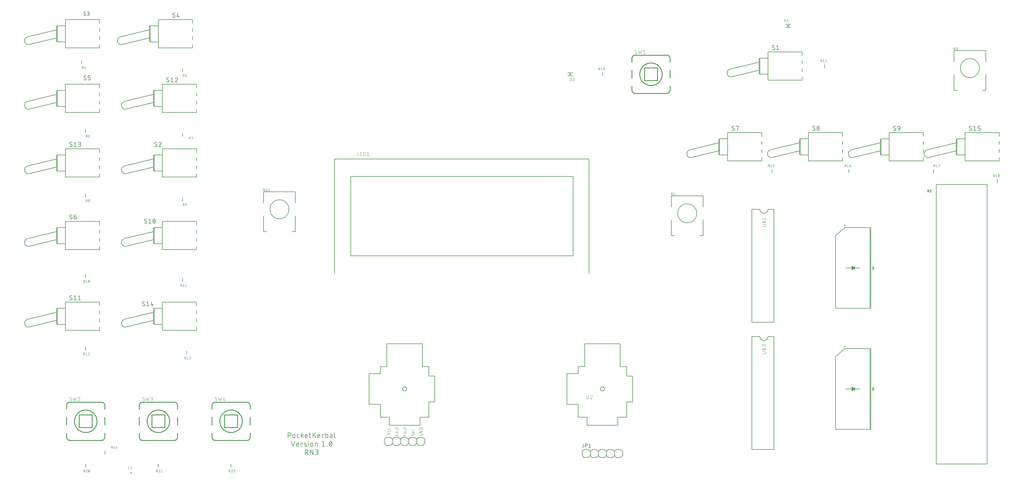
<source format=gbr>
G04 EAGLE Gerber RS-274X export*
G75*
%MOIN*%
%FSLAX34Y34*%
%LPD*%
%INSilkscreen Top*%
%IPPOS*%
%AMOC8*
5,1,8,0,0,1.08239X$1,22.5*%
G01*
%ADD10C,0.003000*%
%ADD11C,0.008000*%
%ADD12C,0.010000*%
%ADD13C,0.004000*%
%ADD14C,0.005000*%
%ADD15C,0.006000*%
%ADD16C,0.016000*%
%ADD17C,0.016125*%

G36*
X99877Y26726D02*
X99877Y26726D01*
X99881Y26726D01*
X99882Y26727D01*
X99883Y26727D01*
X99888Y26730D01*
X100263Y26980D01*
X100266Y26982D01*
X100268Y26984D01*
X100269Y26985D01*
X100270Y26986D01*
X100271Y26989D01*
X100273Y26992D01*
X100273Y26993D01*
X100273Y26994D01*
X100274Y26997D01*
X100274Y27000D01*
X100274Y27001D01*
X100274Y27002D01*
X100273Y27006D01*
X100273Y27009D01*
X100272Y27010D01*
X100272Y27011D01*
X100270Y27013D01*
X100268Y27016D01*
X100267Y27017D01*
X100267Y27018D01*
X100265Y27018D01*
X100263Y27020D01*
X99888Y27270D01*
X99887Y27271D01*
X99886Y27271D01*
X99883Y27272D01*
X99880Y27274D01*
X99879Y27274D01*
X99878Y27274D01*
X99875Y27274D01*
X99872Y27274D01*
X99871Y27274D01*
X99869Y27274D01*
X99866Y27272D01*
X99863Y27271D01*
X99861Y27270D01*
X99859Y27268D01*
X99857Y27266D01*
X99856Y27265D01*
X99855Y27264D01*
X99854Y27261D01*
X99852Y27258D01*
X99852Y27257D01*
X99852Y27256D01*
X99851Y27250D01*
X99851Y26750D01*
X99851Y26749D01*
X99851Y26748D01*
X99852Y26745D01*
X99852Y26741D01*
X99853Y26740D01*
X99853Y26739D01*
X99855Y26737D01*
X99857Y26734D01*
X99858Y26733D01*
X99858Y26732D01*
X99861Y26731D01*
X99864Y26729D01*
X99865Y26728D01*
X99866Y26728D01*
X99869Y26727D01*
X99872Y26726D01*
X99873Y26726D01*
X99874Y26726D01*
X99877Y26726D01*
G37*
G36*
X99877Y11726D02*
X99877Y11726D01*
X99881Y11726D01*
X99882Y11727D01*
X99883Y11727D01*
X99888Y11730D01*
X100263Y11980D01*
X100266Y11982D01*
X100268Y11984D01*
X100269Y11985D01*
X100270Y11986D01*
X100271Y11989D01*
X100273Y11992D01*
X100273Y11993D01*
X100273Y11994D01*
X100274Y11997D01*
X100274Y12000D01*
X100274Y12001D01*
X100274Y12002D01*
X100273Y12006D01*
X100273Y12009D01*
X100272Y12010D01*
X100272Y12011D01*
X100270Y12013D01*
X100268Y12016D01*
X100267Y12017D01*
X100267Y12018D01*
X100265Y12018D01*
X100263Y12020D01*
X99888Y12270D01*
X99887Y12271D01*
X99886Y12271D01*
X99883Y12272D01*
X99880Y12274D01*
X99879Y12274D01*
X99878Y12274D01*
X99875Y12274D01*
X99872Y12274D01*
X99871Y12274D01*
X99869Y12274D01*
X99866Y12272D01*
X99863Y12271D01*
X99861Y12270D01*
X99859Y12268D01*
X99857Y12266D01*
X99856Y12265D01*
X99855Y12264D01*
X99854Y12261D01*
X99852Y12258D01*
X99852Y12257D01*
X99852Y12256D01*
X99851Y12250D01*
X99851Y11750D01*
X99851Y11749D01*
X99851Y11748D01*
X99852Y11745D01*
X99852Y11741D01*
X99853Y11740D01*
X99853Y11739D01*
X99855Y11737D01*
X99857Y11734D01*
X99858Y11733D01*
X99858Y11732D01*
X99861Y11731D01*
X99864Y11729D01*
X99865Y11728D01*
X99866Y11728D01*
X99869Y11727D01*
X99872Y11726D01*
X99873Y11726D01*
X99874Y11726D01*
X99877Y11726D01*
G37*
G36*
X65080Y50897D02*
X65080Y50897D01*
X65084Y50898D01*
X65085Y50898D01*
X65089Y50900D01*
X65092Y50901D01*
X65093Y50901D01*
X65093Y50902D01*
X65096Y50904D01*
X65099Y50907D01*
X65099Y50908D01*
X65100Y50911D01*
X65102Y50915D01*
X65102Y50916D01*
X65102Y50917D01*
X65103Y50921D01*
X65103Y51079D01*
X65102Y51083D01*
X65102Y51087D01*
X65101Y51087D01*
X65099Y51091D01*
X65097Y51094D01*
X65097Y51095D01*
X65094Y51097D01*
X65091Y51100D01*
X65090Y51100D01*
X65086Y51101D01*
X65082Y51103D01*
X65078Y51103D01*
X65074Y51102D01*
X65073Y51102D01*
X65072Y51102D01*
X65068Y51100D01*
X64910Y51022D01*
X64909Y51021D01*
X64907Y51020D01*
X64905Y51018D01*
X64903Y51016D01*
X64902Y51015D01*
X64901Y51014D01*
X64900Y51011D01*
X64899Y51009D01*
X64898Y51007D01*
X64898Y51006D01*
X64898Y51003D01*
X64897Y51001D01*
X64897Y50999D01*
X64897Y50997D01*
X64898Y50994D01*
X64898Y50992D01*
X64899Y50990D01*
X64900Y50989D01*
X64901Y50987D01*
X64903Y50984D01*
X64904Y50983D01*
X64905Y50982D01*
X64908Y50980D01*
X64909Y50979D01*
X64910Y50979D01*
X64910Y50978D01*
X65068Y50900D01*
X65072Y50898D01*
X65076Y50897D01*
X65080Y50897D01*
G37*
G36*
X91922Y56897D02*
X91922Y56897D01*
X91926Y56898D01*
X91927Y56898D01*
X91928Y56898D01*
X91932Y56900D01*
X92090Y56978D01*
X92091Y56979D01*
X92093Y56980D01*
X92095Y56982D01*
X92097Y56984D01*
X92098Y56985D01*
X92099Y56986D01*
X92100Y56989D01*
X92101Y56991D01*
X92102Y56993D01*
X92102Y56994D01*
X92102Y56997D01*
X92103Y56999D01*
X92103Y57001D01*
X92103Y57003D01*
X92102Y57006D01*
X92102Y57008D01*
X92101Y57010D01*
X92100Y57011D01*
X92099Y57013D01*
X92097Y57016D01*
X92096Y57017D01*
X92095Y57018D01*
X92092Y57020D01*
X92091Y57021D01*
X92090Y57021D01*
X92090Y57022D01*
X91932Y57100D01*
X91928Y57102D01*
X91924Y57103D01*
X91920Y57103D01*
X91916Y57102D01*
X91915Y57102D01*
X91911Y57100D01*
X91908Y57099D01*
X91907Y57099D01*
X91907Y57098D01*
X91904Y57096D01*
X91901Y57093D01*
X91901Y57092D01*
X91900Y57089D01*
X91898Y57085D01*
X91898Y57084D01*
X91898Y57083D01*
X91897Y57079D01*
X91897Y56921D01*
X91898Y56917D01*
X91898Y56913D01*
X91899Y56913D01*
X91901Y56909D01*
X91903Y56906D01*
X91903Y56905D01*
X91906Y56903D01*
X91909Y56900D01*
X91910Y56900D01*
X91914Y56899D01*
X91918Y56897D01*
X91922Y56897D01*
G37*
D10*
X42315Y6315D02*
X42685Y6438D01*
X42315Y6562D01*
X42685Y6754D02*
X42685Y6836D01*
X42685Y6754D02*
X42683Y6740D01*
X42679Y6727D01*
X42671Y6715D01*
X42662Y6706D01*
X42650Y6698D01*
X42637Y6694D01*
X42623Y6692D01*
X42623Y6693D02*
X42500Y6693D01*
X42500Y6692D02*
X42486Y6694D01*
X42473Y6698D01*
X42461Y6706D01*
X42452Y6715D01*
X42444Y6727D01*
X42440Y6740D01*
X42438Y6754D01*
X42438Y6836D01*
X42685Y7030D02*
X42685Y7112D01*
X42685Y7030D02*
X42683Y7016D01*
X42679Y7003D01*
X42671Y6991D01*
X42662Y6982D01*
X42650Y6974D01*
X42637Y6970D01*
X42623Y6968D01*
X42623Y6969D02*
X42500Y6969D01*
X42500Y6968D02*
X42486Y6970D01*
X42473Y6974D01*
X42461Y6982D01*
X42452Y6991D01*
X42444Y7003D01*
X42440Y7016D01*
X42438Y7030D01*
X42438Y7112D01*
X43315Y6362D02*
X43685Y6115D01*
X43685Y6362D02*
X43315Y6115D01*
X43521Y6492D02*
X43603Y6492D01*
X43521Y6492D02*
X43504Y6494D01*
X43488Y6499D01*
X43473Y6508D01*
X43460Y6519D01*
X43450Y6533D01*
X43443Y6549D01*
X43439Y6565D01*
X43439Y6583D01*
X43443Y6599D01*
X43450Y6615D01*
X43460Y6629D01*
X43473Y6640D01*
X43488Y6649D01*
X43504Y6654D01*
X43521Y6656D01*
X43521Y6657D02*
X43603Y6657D01*
X43603Y6656D02*
X43620Y6654D01*
X43636Y6649D01*
X43651Y6640D01*
X43664Y6629D01*
X43674Y6615D01*
X43681Y6599D01*
X43685Y6583D01*
X43685Y6565D01*
X43681Y6549D01*
X43674Y6533D01*
X43664Y6519D01*
X43651Y6508D01*
X43636Y6499D01*
X43620Y6494D01*
X43603Y6492D01*
X43623Y6816D02*
X43438Y6816D01*
X43623Y6816D02*
X43637Y6818D01*
X43650Y6822D01*
X43662Y6830D01*
X43671Y6839D01*
X43679Y6851D01*
X43683Y6864D01*
X43685Y6878D01*
X43685Y6981D01*
X43438Y6981D01*
X43438Y7110D02*
X43438Y7233D01*
X43315Y7151D02*
X43623Y7151D01*
X43637Y7153D01*
X43650Y7157D01*
X43662Y7165D01*
X43671Y7174D01*
X43679Y7186D01*
X43683Y7199D01*
X43685Y7213D01*
X43685Y7233D01*
X44490Y6238D02*
X44315Y6115D01*
X44490Y6238D02*
X44315Y6362D01*
X44490Y6238D02*
X44685Y6238D01*
X44603Y6492D02*
X44521Y6492D01*
X44504Y6494D01*
X44488Y6499D01*
X44473Y6508D01*
X44460Y6519D01*
X44450Y6533D01*
X44443Y6549D01*
X44439Y6565D01*
X44439Y6583D01*
X44443Y6599D01*
X44450Y6615D01*
X44460Y6629D01*
X44473Y6640D01*
X44488Y6649D01*
X44504Y6654D01*
X44521Y6656D01*
X44521Y6657D02*
X44603Y6657D01*
X44603Y6656D02*
X44620Y6654D01*
X44636Y6649D01*
X44651Y6640D01*
X44664Y6629D01*
X44674Y6615D01*
X44681Y6599D01*
X44685Y6583D01*
X44685Y6565D01*
X44681Y6549D01*
X44674Y6533D01*
X44664Y6519D01*
X44651Y6508D01*
X44636Y6499D01*
X44620Y6494D01*
X44603Y6492D01*
X44623Y6816D02*
X44438Y6816D01*
X44623Y6816D02*
X44637Y6818D01*
X44650Y6822D01*
X44662Y6830D01*
X44671Y6839D01*
X44679Y6851D01*
X44683Y6864D01*
X44685Y6878D01*
X44685Y6981D01*
X44438Y6981D01*
X44438Y7110D02*
X44438Y7233D01*
X44315Y7151D02*
X44623Y7151D01*
X44637Y7153D01*
X44650Y7157D01*
X44662Y7165D01*
X44671Y7174D01*
X44679Y7186D01*
X44683Y7199D01*
X44685Y7213D01*
X44685Y7233D01*
X45603Y6420D02*
X45619Y6418D01*
X45634Y6414D01*
X45649Y6406D01*
X45661Y6396D01*
X45671Y6384D01*
X45679Y6369D01*
X45683Y6354D01*
X45685Y6338D01*
X45683Y6315D01*
X45679Y6293D01*
X45672Y6271D01*
X45661Y6251D01*
X45649Y6232D01*
X45634Y6214D01*
X45397Y6226D02*
X45381Y6228D01*
X45366Y6232D01*
X45351Y6240D01*
X45339Y6250D01*
X45329Y6262D01*
X45321Y6277D01*
X45317Y6292D01*
X45315Y6308D01*
X45316Y6328D01*
X45320Y6347D01*
X45326Y6366D01*
X45335Y6384D01*
X45346Y6400D01*
X45469Y6266D02*
X45459Y6252D01*
X45446Y6241D01*
X45431Y6232D01*
X45414Y6227D01*
X45397Y6225D01*
X45531Y6380D02*
X45541Y6394D01*
X45554Y6405D01*
X45569Y6414D01*
X45586Y6419D01*
X45603Y6421D01*
X45531Y6379D02*
X45469Y6266D01*
X45685Y6621D02*
X45685Y6724D01*
X45685Y6621D02*
X45683Y6607D01*
X45679Y6594D01*
X45671Y6582D01*
X45662Y6573D01*
X45650Y6565D01*
X45637Y6561D01*
X45623Y6559D01*
X45623Y6560D02*
X45521Y6560D01*
X45504Y6562D01*
X45488Y6567D01*
X45473Y6576D01*
X45460Y6587D01*
X45450Y6601D01*
X45443Y6617D01*
X45439Y6633D01*
X45439Y6651D01*
X45443Y6667D01*
X45450Y6683D01*
X45460Y6697D01*
X45473Y6708D01*
X45488Y6717D01*
X45504Y6722D01*
X45521Y6724D01*
X45562Y6724D01*
X45562Y6560D01*
X45623Y6876D02*
X45315Y6876D01*
X45623Y6876D02*
X45637Y6878D01*
X45650Y6882D01*
X45662Y6890D01*
X45671Y6899D01*
X45679Y6911D01*
X45683Y6924D01*
X45685Y6938D01*
X46479Y6421D02*
X46479Y6359D01*
X46479Y6421D02*
X46685Y6421D01*
X46685Y6297D01*
X46683Y6281D01*
X46679Y6266D01*
X46671Y6251D01*
X46661Y6239D01*
X46649Y6229D01*
X46634Y6221D01*
X46619Y6217D01*
X46603Y6215D01*
X46397Y6215D01*
X46381Y6217D01*
X46366Y6221D01*
X46351Y6229D01*
X46339Y6239D01*
X46329Y6251D01*
X46321Y6266D01*
X46317Y6281D01*
X46315Y6297D01*
X46315Y6421D01*
X46315Y6599D02*
X46685Y6599D01*
X46685Y6805D02*
X46315Y6599D01*
X46315Y6805D02*
X46685Y6805D01*
X46685Y6983D02*
X46315Y6983D01*
X46315Y7086D01*
X46317Y7104D01*
X46321Y7121D01*
X46329Y7138D01*
X46339Y7152D01*
X46352Y7165D01*
X46367Y7175D01*
X46383Y7183D01*
X46400Y7187D01*
X46418Y7189D01*
X46582Y7189D01*
X46600Y7187D01*
X46617Y7183D01*
X46634Y7175D01*
X46648Y7165D01*
X46661Y7152D01*
X46671Y7137D01*
X46679Y7121D01*
X46683Y7104D01*
X46685Y7086D01*
X46685Y6983D01*
D11*
X30081Y6560D02*
X30081Y5940D01*
X30081Y6560D02*
X30253Y6560D01*
X30277Y6558D01*
X30301Y6553D01*
X30324Y6544D01*
X30346Y6533D01*
X30366Y6518D01*
X30383Y6501D01*
X30398Y6481D01*
X30409Y6459D01*
X30418Y6436D01*
X30423Y6412D01*
X30425Y6388D01*
X30423Y6364D01*
X30418Y6340D01*
X30409Y6317D01*
X30398Y6295D01*
X30383Y6275D01*
X30366Y6258D01*
X30346Y6243D01*
X30324Y6232D01*
X30301Y6223D01*
X30277Y6218D01*
X30253Y6216D01*
X30081Y6216D01*
X30660Y6216D02*
X30660Y6078D01*
X30659Y6216D02*
X30661Y6239D01*
X30666Y6261D01*
X30676Y6282D01*
X30688Y6301D01*
X30704Y6318D01*
X30722Y6332D01*
X30742Y6342D01*
X30763Y6350D01*
X30786Y6354D01*
X30808Y6354D01*
X30831Y6350D01*
X30852Y6342D01*
X30872Y6332D01*
X30890Y6318D01*
X30906Y6301D01*
X30918Y6282D01*
X30928Y6261D01*
X30933Y6239D01*
X30935Y6216D01*
X30935Y6078D01*
X30933Y6055D01*
X30928Y6033D01*
X30918Y6012D01*
X30906Y5993D01*
X30890Y5976D01*
X30872Y5962D01*
X30852Y5952D01*
X30831Y5944D01*
X30808Y5940D01*
X30786Y5940D01*
X30763Y5944D01*
X30742Y5952D01*
X30722Y5962D01*
X30704Y5976D01*
X30688Y5993D01*
X30676Y6012D01*
X30666Y6033D01*
X30661Y6055D01*
X30659Y6078D01*
X31297Y5940D02*
X31435Y5940D01*
X31297Y5940D02*
X31279Y5942D01*
X31262Y5946D01*
X31246Y5954D01*
X31231Y5964D01*
X31218Y5977D01*
X31208Y5992D01*
X31200Y6008D01*
X31196Y6025D01*
X31194Y6043D01*
X31194Y6250D01*
X31196Y6268D01*
X31200Y6285D01*
X31208Y6302D01*
X31218Y6316D01*
X31231Y6329D01*
X31246Y6339D01*
X31262Y6347D01*
X31279Y6351D01*
X31297Y6353D01*
X31435Y6353D01*
X31693Y6560D02*
X31693Y5940D01*
X31693Y6147D02*
X31969Y6353D01*
X31814Y6233D02*
X31969Y5940D01*
X32301Y5940D02*
X32474Y5940D01*
X32301Y5940D02*
X32283Y5942D01*
X32266Y5946D01*
X32250Y5954D01*
X32235Y5964D01*
X32222Y5977D01*
X32212Y5992D01*
X32204Y6008D01*
X32200Y6025D01*
X32198Y6043D01*
X32198Y6216D01*
X32200Y6239D01*
X32205Y6261D01*
X32215Y6282D01*
X32227Y6301D01*
X32243Y6318D01*
X32261Y6332D01*
X32281Y6342D01*
X32302Y6350D01*
X32325Y6354D01*
X32347Y6354D01*
X32370Y6350D01*
X32391Y6342D01*
X32411Y6332D01*
X32429Y6318D01*
X32445Y6301D01*
X32457Y6282D01*
X32467Y6261D01*
X32472Y6239D01*
X32474Y6216D01*
X32474Y6147D01*
X32198Y6147D01*
X32678Y6353D02*
X32885Y6353D01*
X32747Y6560D02*
X32747Y6043D01*
X32749Y6025D01*
X32753Y6008D01*
X32761Y5992D01*
X32771Y5977D01*
X32784Y5964D01*
X32799Y5954D01*
X32815Y5946D01*
X32832Y5942D01*
X32850Y5940D01*
X32885Y5940D01*
X33158Y5940D02*
X33158Y6560D01*
X33503Y6560D02*
X33158Y6181D01*
X33296Y6319D02*
X33503Y5940D01*
X33840Y5940D02*
X34012Y5940D01*
X33840Y5940D02*
X33822Y5942D01*
X33805Y5946D01*
X33789Y5954D01*
X33774Y5964D01*
X33761Y5977D01*
X33751Y5992D01*
X33743Y6008D01*
X33739Y6025D01*
X33737Y6043D01*
X33737Y6216D01*
X33736Y6216D02*
X33738Y6239D01*
X33743Y6261D01*
X33753Y6282D01*
X33765Y6301D01*
X33781Y6318D01*
X33799Y6332D01*
X33819Y6342D01*
X33840Y6350D01*
X33863Y6354D01*
X33885Y6354D01*
X33908Y6350D01*
X33929Y6342D01*
X33949Y6332D01*
X33967Y6318D01*
X33983Y6301D01*
X33995Y6282D01*
X34005Y6261D01*
X34010Y6239D01*
X34012Y6216D01*
X34012Y6147D01*
X33737Y6147D01*
X34294Y6353D02*
X34294Y5940D01*
X34294Y6353D02*
X34501Y6353D01*
X34501Y6284D01*
X34725Y6560D02*
X34725Y5940D01*
X34897Y5940D01*
X34915Y5942D01*
X34932Y5946D01*
X34949Y5954D01*
X34963Y5964D01*
X34976Y5977D01*
X34986Y5992D01*
X34994Y6008D01*
X34998Y6025D01*
X35000Y6043D01*
X35000Y6250D01*
X34998Y6268D01*
X34994Y6285D01*
X34986Y6302D01*
X34976Y6316D01*
X34963Y6329D01*
X34949Y6339D01*
X34932Y6347D01*
X34915Y6351D01*
X34897Y6353D01*
X34725Y6353D01*
X35372Y6181D02*
X35527Y6181D01*
X35372Y6182D02*
X35351Y6180D01*
X35331Y6175D01*
X35312Y6166D01*
X35294Y6154D01*
X35279Y6139D01*
X35267Y6122D01*
X35258Y6102D01*
X35253Y6082D01*
X35251Y6061D01*
X35253Y6040D01*
X35258Y6020D01*
X35267Y6001D01*
X35279Y5983D01*
X35294Y5968D01*
X35312Y5956D01*
X35331Y5947D01*
X35351Y5942D01*
X35372Y5940D01*
X35527Y5940D01*
X35527Y6250D01*
X35526Y6250D02*
X35524Y6268D01*
X35520Y6285D01*
X35512Y6302D01*
X35502Y6316D01*
X35489Y6329D01*
X35475Y6339D01*
X35458Y6347D01*
X35441Y6351D01*
X35423Y6353D01*
X35286Y6353D01*
X35815Y6560D02*
X35815Y6043D01*
X35816Y6043D02*
X35818Y6025D01*
X35822Y6008D01*
X35830Y5992D01*
X35840Y5977D01*
X35853Y5964D01*
X35868Y5954D01*
X35884Y5946D01*
X35901Y5942D01*
X35919Y5940D01*
X30689Y4890D02*
X30482Y5510D01*
X30896Y5510D02*
X30689Y4890D01*
X31229Y4890D02*
X31401Y4890D01*
X31229Y4890D02*
X31211Y4892D01*
X31194Y4896D01*
X31178Y4904D01*
X31163Y4914D01*
X31150Y4927D01*
X31140Y4942D01*
X31132Y4958D01*
X31128Y4975D01*
X31126Y4993D01*
X31126Y5166D01*
X31125Y5166D02*
X31127Y5189D01*
X31132Y5211D01*
X31142Y5232D01*
X31154Y5251D01*
X31170Y5268D01*
X31188Y5282D01*
X31208Y5292D01*
X31229Y5300D01*
X31252Y5304D01*
X31274Y5304D01*
X31297Y5300D01*
X31318Y5292D01*
X31338Y5282D01*
X31356Y5268D01*
X31372Y5251D01*
X31384Y5232D01*
X31394Y5211D01*
X31399Y5189D01*
X31401Y5166D01*
X31401Y5097D01*
X31126Y5097D01*
X31683Y5303D02*
X31683Y4890D01*
X31683Y5303D02*
X31890Y5303D01*
X31890Y5234D01*
X32141Y5131D02*
X32314Y5062D01*
X32142Y5131D02*
X32126Y5139D01*
X32113Y5151D01*
X32101Y5164D01*
X32093Y5180D01*
X32088Y5196D01*
X32086Y5214D01*
X32088Y5231D01*
X32093Y5248D01*
X32101Y5264D01*
X32112Y5277D01*
X32126Y5288D01*
X32142Y5297D01*
X32159Y5301D01*
X32176Y5303D01*
X32207Y5301D01*
X32239Y5297D01*
X32270Y5290D01*
X32301Y5280D01*
X32331Y5269D01*
X32313Y5062D02*
X32329Y5054D01*
X32342Y5042D01*
X32354Y5029D01*
X32362Y5013D01*
X32367Y4997D01*
X32369Y4979D01*
X32367Y4962D01*
X32362Y4945D01*
X32354Y4929D01*
X32343Y4916D01*
X32329Y4905D01*
X32313Y4896D01*
X32296Y4892D01*
X32279Y4890D01*
X32240Y4892D01*
X32202Y4896D01*
X32164Y4903D01*
X32126Y4913D01*
X32089Y4924D01*
X32617Y4890D02*
X32617Y5303D01*
X32600Y5476D02*
X32600Y5510D01*
X32634Y5510D01*
X32634Y5476D01*
X32600Y5476D01*
X32869Y5166D02*
X32869Y5028D01*
X32869Y5166D02*
X32871Y5189D01*
X32876Y5211D01*
X32886Y5232D01*
X32898Y5251D01*
X32914Y5268D01*
X32932Y5282D01*
X32952Y5292D01*
X32973Y5300D01*
X32996Y5304D01*
X33018Y5304D01*
X33041Y5300D01*
X33062Y5292D01*
X33082Y5282D01*
X33100Y5268D01*
X33116Y5251D01*
X33128Y5232D01*
X33138Y5211D01*
X33143Y5189D01*
X33145Y5166D01*
X33145Y5028D01*
X33143Y5005D01*
X33138Y4983D01*
X33128Y4962D01*
X33116Y4943D01*
X33100Y4926D01*
X33082Y4912D01*
X33062Y4902D01*
X33041Y4894D01*
X33018Y4890D01*
X32996Y4890D01*
X32973Y4894D01*
X32952Y4902D01*
X32932Y4912D01*
X32914Y4926D01*
X32898Y4943D01*
X32886Y4962D01*
X32876Y4983D01*
X32871Y5005D01*
X32869Y5028D01*
X33423Y4890D02*
X33423Y5303D01*
X33595Y5303D01*
X33613Y5301D01*
X33630Y5297D01*
X33647Y5289D01*
X33661Y5279D01*
X33674Y5266D01*
X33684Y5252D01*
X33692Y5235D01*
X33696Y5218D01*
X33698Y5200D01*
X33699Y5200D02*
X33699Y4890D01*
X34312Y5372D02*
X34484Y5510D01*
X34484Y4890D01*
X34312Y4890D02*
X34656Y4890D01*
X34897Y4890D02*
X34897Y4924D01*
X34932Y4924D01*
X34932Y4890D01*
X34897Y4890D01*
X35173Y5200D02*
X35174Y5239D01*
X35179Y5277D01*
X35186Y5315D01*
X35196Y5352D01*
X35209Y5389D01*
X35225Y5424D01*
X35233Y5442D01*
X35243Y5459D01*
X35256Y5474D01*
X35271Y5486D01*
X35288Y5497D01*
X35306Y5504D01*
X35325Y5508D01*
X35345Y5510D01*
X35365Y5508D01*
X35384Y5504D01*
X35402Y5497D01*
X35419Y5486D01*
X35434Y5474D01*
X35447Y5459D01*
X35457Y5442D01*
X35465Y5424D01*
X35466Y5424D02*
X35482Y5389D01*
X35495Y5352D01*
X35505Y5315D01*
X35512Y5277D01*
X35517Y5239D01*
X35518Y5200D01*
X35173Y5200D02*
X35174Y5161D01*
X35179Y5123D01*
X35186Y5085D01*
X35196Y5048D01*
X35209Y5011D01*
X35225Y4976D01*
X35233Y4958D01*
X35243Y4941D01*
X35256Y4926D01*
X35271Y4914D01*
X35288Y4903D01*
X35306Y4896D01*
X35325Y4892D01*
X35345Y4890D01*
X35466Y4976D02*
X35482Y5011D01*
X35495Y5048D01*
X35505Y5085D01*
X35512Y5123D01*
X35517Y5161D01*
X35518Y5200D01*
X35465Y4976D02*
X35457Y4958D01*
X35447Y4941D01*
X35434Y4926D01*
X35419Y4914D01*
X35402Y4903D01*
X35384Y4896D01*
X35365Y4892D01*
X35345Y4890D01*
X35208Y5028D02*
X35483Y5372D01*
X32194Y4460D02*
X32194Y3840D01*
X32194Y4460D02*
X32366Y4460D01*
X32390Y4458D01*
X32414Y4453D01*
X32437Y4444D01*
X32459Y4433D01*
X32479Y4418D01*
X32496Y4401D01*
X32511Y4381D01*
X32522Y4359D01*
X32531Y4336D01*
X32536Y4312D01*
X32538Y4288D01*
X32536Y4264D01*
X32531Y4240D01*
X32522Y4217D01*
X32511Y4195D01*
X32496Y4175D01*
X32479Y4158D01*
X32459Y4143D01*
X32437Y4132D01*
X32414Y4123D01*
X32390Y4118D01*
X32366Y4116D01*
X32194Y4116D01*
X32401Y4116D02*
X32538Y3840D01*
X32826Y3840D02*
X32826Y4460D01*
X33170Y3840D01*
X33170Y4460D01*
X33462Y3840D02*
X33634Y3840D01*
X33658Y3842D01*
X33682Y3847D01*
X33705Y3856D01*
X33727Y3867D01*
X33747Y3882D01*
X33764Y3899D01*
X33779Y3919D01*
X33790Y3941D01*
X33799Y3964D01*
X33804Y3988D01*
X33806Y4012D01*
X33804Y4036D01*
X33799Y4060D01*
X33790Y4083D01*
X33779Y4105D01*
X33764Y4125D01*
X33747Y4142D01*
X33727Y4157D01*
X33705Y4168D01*
X33682Y4177D01*
X33658Y4182D01*
X33634Y4184D01*
X33668Y4460D02*
X33462Y4460D01*
X33668Y4460D02*
X33691Y4458D01*
X33713Y4453D01*
X33734Y4443D01*
X33753Y4431D01*
X33770Y4415D01*
X33784Y4397D01*
X33794Y4377D01*
X33802Y4356D01*
X33806Y4333D01*
X33806Y4311D01*
X33802Y4288D01*
X33794Y4267D01*
X33784Y4247D01*
X33770Y4229D01*
X33753Y4213D01*
X33734Y4201D01*
X33713Y4191D01*
X33691Y4186D01*
X33668Y4184D01*
X33530Y4184D01*
D12*
X76969Y48637D02*
X77008Y48639D01*
X77046Y48645D01*
X77083Y48654D01*
X77120Y48667D01*
X77155Y48684D01*
X77188Y48703D01*
X77219Y48726D01*
X77248Y48752D01*
X77274Y48781D01*
X77297Y48812D01*
X77316Y48845D01*
X77333Y48880D01*
X77346Y48917D01*
X77355Y48954D01*
X77361Y48992D01*
X77363Y49031D01*
X76969Y48638D02*
X73031Y48638D01*
X73031Y48637D02*
X72992Y48639D01*
X72954Y48645D01*
X72917Y48654D01*
X72880Y48667D01*
X72845Y48684D01*
X72812Y48703D01*
X72781Y48726D01*
X72752Y48752D01*
X72726Y48781D01*
X72703Y48812D01*
X72684Y48845D01*
X72667Y48880D01*
X72654Y48917D01*
X72645Y48954D01*
X72639Y48992D01*
X72637Y49031D01*
X72637Y52969D02*
X72639Y53008D01*
X72645Y53046D01*
X72654Y53083D01*
X72667Y53120D01*
X72684Y53155D01*
X72703Y53188D01*
X72726Y53219D01*
X72752Y53248D01*
X72781Y53274D01*
X72812Y53297D01*
X72845Y53316D01*
X72880Y53333D01*
X72917Y53346D01*
X72954Y53355D01*
X72992Y53361D01*
X73031Y53363D01*
X73031Y53362D02*
X76969Y53362D01*
X76969Y53363D02*
X77008Y53361D01*
X77046Y53355D01*
X77083Y53346D01*
X77120Y53333D01*
X77155Y53316D01*
X77188Y53297D01*
X77219Y53274D01*
X77248Y53248D01*
X77274Y53219D01*
X77297Y53188D01*
X77316Y53155D01*
X77333Y53120D01*
X77346Y53083D01*
X77355Y53046D01*
X77361Y53008D01*
X77363Y52969D01*
X73608Y51000D02*
X73610Y51074D01*
X73616Y51148D01*
X73626Y51221D01*
X73639Y51294D01*
X73657Y51366D01*
X73678Y51437D01*
X73704Y51507D01*
X73732Y51575D01*
X73765Y51642D01*
X73801Y51707D01*
X73840Y51769D01*
X73883Y51830D01*
X73928Y51888D01*
X73977Y51944D01*
X74029Y51997D01*
X74083Y52048D01*
X74140Y52095D01*
X74200Y52139D01*
X74262Y52180D01*
X74326Y52218D01*
X74391Y52252D01*
X74459Y52282D01*
X74528Y52309D01*
X74598Y52333D01*
X74670Y52352D01*
X74742Y52368D01*
X74815Y52380D01*
X74889Y52388D01*
X74963Y52392D01*
X75037Y52392D01*
X75111Y52388D01*
X75185Y52380D01*
X75258Y52368D01*
X75330Y52352D01*
X75402Y52333D01*
X75472Y52309D01*
X75541Y52282D01*
X75609Y52252D01*
X75674Y52218D01*
X75738Y52180D01*
X75800Y52139D01*
X75860Y52095D01*
X75917Y52048D01*
X75971Y51997D01*
X76023Y51944D01*
X76072Y51888D01*
X76117Y51830D01*
X76160Y51769D01*
X76199Y51707D01*
X76235Y51642D01*
X76268Y51575D01*
X76296Y51507D01*
X76322Y51437D01*
X76343Y51366D01*
X76361Y51294D01*
X76374Y51221D01*
X76384Y51148D01*
X76390Y51074D01*
X76392Y51000D01*
X76390Y50926D01*
X76384Y50852D01*
X76374Y50779D01*
X76361Y50706D01*
X76343Y50634D01*
X76322Y50563D01*
X76296Y50493D01*
X76268Y50425D01*
X76235Y50358D01*
X76199Y50293D01*
X76160Y50231D01*
X76117Y50170D01*
X76072Y50112D01*
X76023Y50056D01*
X75971Y50003D01*
X75917Y49952D01*
X75860Y49905D01*
X75800Y49861D01*
X75738Y49820D01*
X75674Y49782D01*
X75609Y49748D01*
X75541Y49718D01*
X75472Y49691D01*
X75402Y49667D01*
X75330Y49648D01*
X75258Y49632D01*
X75185Y49620D01*
X75111Y49612D01*
X75037Y49608D01*
X74963Y49608D01*
X74889Y49612D01*
X74815Y49620D01*
X74742Y49632D01*
X74670Y49648D01*
X74598Y49667D01*
X74528Y49691D01*
X74459Y49718D01*
X74391Y49748D01*
X74326Y49782D01*
X74262Y49820D01*
X74200Y49861D01*
X74140Y49905D01*
X74083Y49952D01*
X74029Y50003D01*
X73977Y50056D01*
X73928Y50112D01*
X73883Y50170D01*
X73840Y50231D01*
X73801Y50293D01*
X73765Y50358D01*
X73732Y50425D01*
X73704Y50493D01*
X73678Y50563D01*
X73657Y50634D01*
X73639Y50706D01*
X73626Y50779D01*
X73616Y50852D01*
X73610Y50926D01*
X73608Y51000D01*
X74213Y51787D02*
X75787Y51787D01*
X75787Y50213D01*
X74213Y50213D01*
X74213Y51787D01*
X72638Y52476D02*
X72638Y52969D01*
X72638Y51492D02*
X72638Y50508D01*
X72638Y49524D02*
X72638Y49031D01*
X77362Y52476D02*
X77362Y52969D01*
X77362Y51492D02*
X77362Y50508D01*
X77362Y49524D02*
X77362Y49031D01*
D13*
X73173Y53520D02*
X73191Y53522D01*
X73208Y53526D01*
X73224Y53534D01*
X73239Y53544D01*
X73251Y53556D01*
X73261Y53571D01*
X73269Y53587D01*
X73273Y53604D01*
X73275Y53622D01*
X73173Y53520D02*
X73145Y53522D01*
X73117Y53527D01*
X73090Y53537D01*
X73064Y53549D01*
X73041Y53565D01*
X73020Y53584D01*
X73033Y53878D02*
X73035Y53896D01*
X73039Y53913D01*
X73047Y53929D01*
X73057Y53944D01*
X73069Y53956D01*
X73084Y53966D01*
X73100Y53974D01*
X73117Y53978D01*
X73135Y53980D01*
X73160Y53978D01*
X73184Y53974D01*
X73207Y53966D01*
X73230Y53955D01*
X73250Y53942D01*
X73033Y53878D02*
X73035Y53860D01*
X73039Y53843D01*
X73047Y53826D01*
X73057Y53812D01*
X73070Y53799D01*
X73084Y53788D01*
X73225Y53712D02*
X73239Y53701D01*
X73252Y53688D01*
X73262Y53674D01*
X73270Y53657D01*
X73274Y53640D01*
X73276Y53622D01*
X73224Y53712D02*
X73084Y53788D01*
X73438Y53980D02*
X73541Y53520D01*
X73643Y53827D01*
X73745Y53520D01*
X73847Y53980D01*
X74025Y53878D02*
X74153Y53980D01*
X74153Y53520D01*
X74025Y53520D02*
X74281Y53520D01*
D14*
X77531Y32969D02*
X77531Y31000D01*
X77531Y34543D02*
X77531Y35921D01*
X81469Y35921D01*
X81469Y34543D01*
X81469Y32969D02*
X81469Y31000D01*
X81075Y31000D01*
X77925Y31000D02*
X77531Y31000D01*
X78319Y33756D02*
X78321Y33825D01*
X78327Y33893D01*
X78337Y33961D01*
X78351Y34028D01*
X78369Y34095D01*
X78390Y34160D01*
X78416Y34224D01*
X78445Y34286D01*
X78477Y34346D01*
X78513Y34405D01*
X78553Y34461D01*
X78595Y34515D01*
X78641Y34566D01*
X78690Y34615D01*
X78741Y34661D01*
X78795Y34703D01*
X78851Y34743D01*
X78909Y34779D01*
X78970Y34811D01*
X79032Y34840D01*
X79096Y34866D01*
X79161Y34887D01*
X79228Y34905D01*
X79295Y34919D01*
X79363Y34929D01*
X79431Y34935D01*
X79500Y34937D01*
X79569Y34935D01*
X79637Y34929D01*
X79705Y34919D01*
X79772Y34905D01*
X79839Y34887D01*
X79904Y34866D01*
X79968Y34840D01*
X80030Y34811D01*
X80090Y34779D01*
X80149Y34743D01*
X80205Y34703D01*
X80259Y34661D01*
X80310Y34615D01*
X80359Y34566D01*
X80405Y34515D01*
X80447Y34461D01*
X80487Y34405D01*
X80523Y34346D01*
X80555Y34286D01*
X80584Y34224D01*
X80610Y34160D01*
X80631Y34095D01*
X80649Y34028D01*
X80663Y33961D01*
X80673Y33893D01*
X80679Y33825D01*
X80681Y33756D01*
X80679Y33687D01*
X80673Y33619D01*
X80663Y33551D01*
X80649Y33484D01*
X80631Y33417D01*
X80610Y33352D01*
X80584Y33288D01*
X80555Y33226D01*
X80523Y33165D01*
X80487Y33107D01*
X80447Y33051D01*
X80405Y32997D01*
X80359Y32946D01*
X80310Y32897D01*
X80259Y32851D01*
X80205Y32809D01*
X80149Y32769D01*
X80091Y32733D01*
X80030Y32701D01*
X79968Y32672D01*
X79904Y32646D01*
X79839Y32625D01*
X79772Y32607D01*
X79705Y32593D01*
X79637Y32583D01*
X79569Y32577D01*
X79500Y32575D01*
X79431Y32577D01*
X79363Y32583D01*
X79295Y32593D01*
X79228Y32607D01*
X79161Y32625D01*
X79096Y32646D01*
X79032Y32672D01*
X78970Y32701D01*
X78909Y32733D01*
X78851Y32769D01*
X78795Y32809D01*
X78741Y32851D01*
X78690Y32897D01*
X78641Y32946D01*
X78595Y32997D01*
X78553Y33051D01*
X78513Y33107D01*
X78477Y33165D01*
X78445Y33226D01*
X78416Y33288D01*
X78390Y33352D01*
X78369Y33417D01*
X78351Y33484D01*
X78337Y33551D01*
X78327Y33619D01*
X78321Y33687D01*
X78319Y33756D01*
D10*
X77515Y36015D02*
X77515Y36305D01*
X77596Y36305D01*
X77613Y36303D01*
X77629Y36298D01*
X77644Y36290D01*
X77656Y36278D01*
X77666Y36265D01*
X77673Y36249D01*
X77677Y36232D01*
X77677Y36216D01*
X77673Y36199D01*
X77666Y36184D01*
X77656Y36170D01*
X77644Y36158D01*
X77629Y36150D01*
X77613Y36145D01*
X77596Y36143D01*
X77596Y36144D02*
X77515Y36144D01*
X77612Y36144D02*
X77676Y36015D01*
X77801Y36241D02*
X77882Y36305D01*
X77882Y36015D01*
X77962Y36015D02*
X77801Y36015D01*
D11*
X44250Y12000D02*
X44252Y12031D01*
X44258Y12062D01*
X44268Y12092D01*
X44281Y12120D01*
X44298Y12147D01*
X44318Y12171D01*
X44341Y12193D01*
X44366Y12211D01*
X44394Y12226D01*
X44423Y12238D01*
X44453Y12246D01*
X44484Y12250D01*
X44516Y12250D01*
X44547Y12246D01*
X44577Y12238D01*
X44606Y12226D01*
X44634Y12211D01*
X44659Y12193D01*
X44682Y12171D01*
X44702Y12147D01*
X44719Y12120D01*
X44732Y12092D01*
X44742Y12062D01*
X44748Y12031D01*
X44750Y12000D01*
X44748Y11969D01*
X44742Y11938D01*
X44732Y11908D01*
X44719Y11880D01*
X44702Y11853D01*
X44682Y11829D01*
X44659Y11807D01*
X44634Y11789D01*
X44606Y11774D01*
X44577Y11762D01*
X44547Y11754D01*
X44516Y11750D01*
X44484Y11750D01*
X44453Y11754D01*
X44423Y11762D01*
X44394Y11774D01*
X44366Y11789D01*
X44341Y11807D01*
X44318Y11829D01*
X44298Y11853D01*
X44281Y11880D01*
X44268Y11908D01*
X44258Y11938D01*
X44252Y11969D01*
X44250Y12000D01*
X42300Y17600D02*
X46700Y17600D01*
X46400Y7500D02*
X42600Y7500D01*
X46400Y7500D02*
X46400Y8500D01*
X42600Y8500D02*
X42600Y7500D01*
X46400Y8500D02*
X47500Y8500D01*
X42600Y8500D02*
X41500Y8500D01*
X48250Y10400D02*
X48250Y13600D01*
X47500Y13600D02*
X47500Y14750D01*
X47500Y10400D02*
X47500Y8500D01*
X47500Y13600D02*
X48250Y13600D01*
X48250Y10400D02*
X47500Y10400D01*
X47500Y14750D02*
X46700Y14750D01*
X42300Y14750D02*
X41500Y14750D01*
X46700Y14750D02*
X46700Y17600D01*
X42300Y17600D02*
X42300Y14750D01*
X41500Y13900D02*
X40100Y13900D01*
X40100Y10100D02*
X41500Y10100D01*
X40100Y10100D02*
X40100Y13900D01*
X41500Y13900D02*
X41500Y14750D01*
X41500Y10100D02*
X41500Y8500D01*
D15*
X43250Y5000D02*
X43750Y5000D01*
X43250Y5000D02*
X43000Y5250D01*
X43000Y5750D01*
X43250Y6000D01*
X44750Y5000D02*
X45000Y5250D01*
X44750Y5000D02*
X44250Y5000D01*
X44000Y5250D01*
X44000Y5750D01*
X44250Y6000D01*
X44750Y6000D01*
X45000Y5750D01*
X44000Y5250D02*
X43750Y5000D01*
X44000Y5750D02*
X43750Y6000D01*
X43250Y6000D01*
X46250Y5000D02*
X46750Y5000D01*
X46250Y5000D02*
X46000Y5250D01*
X46000Y5750D01*
X46250Y6000D01*
X46000Y5250D02*
X45750Y5000D01*
X45250Y5000D01*
X45000Y5250D01*
X45000Y5750D01*
X45250Y6000D01*
X45750Y6000D01*
X46000Y5750D01*
X47000Y5750D02*
X47000Y5250D01*
X46750Y5000D01*
X47000Y5750D02*
X46750Y6000D01*
X46250Y6000D01*
X42750Y5000D02*
X42250Y5000D01*
X42000Y5250D01*
X42000Y5750D01*
X42250Y6000D01*
X43000Y5250D02*
X42750Y5000D01*
X43000Y5750D02*
X42750Y6000D01*
X42250Y6000D01*
D14*
X35850Y40484D02*
X67346Y40484D01*
X67346Y26311D01*
X35850Y26311D02*
X35850Y40484D01*
X37819Y38319D02*
X65378Y38319D01*
X65378Y28476D01*
X37819Y28476D02*
X37819Y38319D01*
X37819Y28476D02*
X65378Y28476D01*
D13*
X38620Y40872D02*
X38620Y41332D01*
X38620Y40872D02*
X38825Y40872D01*
X39095Y40872D02*
X39198Y40872D01*
X39095Y40873D02*
X39077Y40875D01*
X39060Y40879D01*
X39044Y40887D01*
X39029Y40897D01*
X39017Y40909D01*
X39007Y40924D01*
X38999Y40940D01*
X38995Y40957D01*
X38993Y40975D01*
X38993Y41230D01*
X38995Y41250D01*
X39001Y41269D01*
X39010Y41287D01*
X39023Y41302D01*
X39038Y41315D01*
X39056Y41324D01*
X39075Y41330D01*
X39095Y41332D01*
X39198Y41332D01*
X39385Y41332D02*
X39385Y40872D01*
X39385Y41332D02*
X39512Y41332D01*
X39512Y41333D02*
X39532Y41331D01*
X39552Y41327D01*
X39570Y41319D01*
X39587Y41309D01*
X39603Y41296D01*
X39616Y41280D01*
X39626Y41263D01*
X39634Y41245D01*
X39638Y41225D01*
X39640Y41205D01*
X39640Y41000D01*
X39638Y40980D01*
X39634Y40960D01*
X39626Y40942D01*
X39616Y40925D01*
X39603Y40909D01*
X39587Y40896D01*
X39570Y40886D01*
X39552Y40878D01*
X39532Y40874D01*
X39512Y40872D01*
X39385Y40872D01*
X39850Y41230D02*
X39977Y41332D01*
X39977Y40872D01*
X39850Y40872D02*
X40105Y40872D01*
D14*
X110350Y37323D02*
X116650Y37323D01*
X116650Y2677D01*
X110350Y2677D01*
X110350Y37323D01*
X109269Y36654D02*
X109269Y36384D01*
X109269Y36654D02*
X109344Y36654D01*
X109360Y36652D01*
X109375Y36648D01*
X109388Y36640D01*
X109400Y36629D01*
X109409Y36617D01*
X109415Y36602D01*
X109419Y36587D01*
X109419Y36571D01*
X109415Y36556D01*
X109409Y36542D01*
X109400Y36529D01*
X109388Y36518D01*
X109375Y36510D01*
X109360Y36506D01*
X109344Y36504D01*
X109269Y36504D01*
X109359Y36504D02*
X109419Y36384D01*
X109637Y36655D02*
X109652Y36653D01*
X109667Y36648D01*
X109679Y36640D01*
X109690Y36629D01*
X109698Y36617D01*
X109703Y36602D01*
X109705Y36587D01*
X109637Y36654D02*
X109621Y36653D01*
X109606Y36648D01*
X109592Y36642D01*
X109580Y36632D01*
X109569Y36621D01*
X109560Y36608D01*
X109554Y36594D01*
X109682Y36534D02*
X109692Y36545D01*
X109699Y36558D01*
X109704Y36572D01*
X109705Y36587D01*
X109682Y36534D02*
X109554Y36384D01*
X109704Y36384D01*
X87500Y18500D02*
X87500Y4500D01*
X90250Y4500D01*
X90250Y18500D01*
X89500Y18500D01*
X88500Y18500D02*
X87500Y18500D01*
X88500Y18500D02*
X88502Y18456D01*
X88508Y18413D01*
X88517Y18371D01*
X88530Y18329D01*
X88547Y18289D01*
X88567Y18250D01*
X88590Y18213D01*
X88617Y18179D01*
X88646Y18146D01*
X88679Y18117D01*
X88713Y18090D01*
X88750Y18067D01*
X88789Y18047D01*
X88829Y18030D01*
X88871Y18017D01*
X88913Y18008D01*
X88956Y18002D01*
X89000Y18000D01*
X89044Y18002D01*
X89087Y18008D01*
X89129Y18017D01*
X89171Y18030D01*
X89211Y18047D01*
X89250Y18067D01*
X89287Y18090D01*
X89321Y18117D01*
X89354Y18146D01*
X89383Y18179D01*
X89410Y18213D01*
X89433Y18250D01*
X89453Y18289D01*
X89470Y18329D01*
X89483Y18371D01*
X89492Y18413D01*
X89498Y18456D01*
X89500Y18500D01*
D13*
X89102Y16369D02*
X88770Y16369D01*
X89102Y16369D02*
X89123Y16371D01*
X89144Y16376D01*
X89163Y16384D01*
X89181Y16396D01*
X89196Y16410D01*
X89209Y16427D01*
X89219Y16446D01*
X89226Y16466D01*
X89230Y16486D01*
X89230Y16508D01*
X89226Y16528D01*
X89219Y16548D01*
X89209Y16567D01*
X89196Y16584D01*
X89181Y16598D01*
X89163Y16610D01*
X89144Y16618D01*
X89123Y16623D01*
X89102Y16625D01*
X88770Y16625D01*
X88770Y16932D02*
X89230Y16932D01*
X89000Y16932D02*
X88962Y16868D01*
X88961Y16869D02*
X88951Y16856D01*
X88938Y16845D01*
X88924Y16837D01*
X88907Y16833D01*
X88891Y16832D01*
X88874Y16835D01*
X88859Y16842D01*
X88845Y16851D01*
X88834Y16864D01*
X88826Y16878D01*
X88821Y16894D01*
X88818Y16918D01*
X88818Y16942D01*
X88821Y16966D01*
X88827Y16990D01*
X88836Y17012D01*
X88847Y17034D01*
X89000Y16932D02*
X89038Y16996D01*
X89039Y16996D02*
X89049Y17009D01*
X89062Y17020D01*
X89077Y17028D01*
X89093Y17032D01*
X89109Y17033D01*
X89126Y17030D01*
X89141Y17023D01*
X89155Y17014D01*
X89166Y17001D01*
X89174Y16987D01*
X89179Y16971D01*
X89179Y16970D02*
X89182Y16946D01*
X89182Y16922D01*
X89179Y16898D01*
X89173Y16874D01*
X89164Y16852D01*
X89153Y16830D01*
X89230Y17224D02*
X89230Y17352D01*
X89228Y17373D01*
X89223Y17394D01*
X89215Y17413D01*
X89203Y17431D01*
X89189Y17446D01*
X89172Y17459D01*
X89153Y17469D01*
X89133Y17476D01*
X89113Y17480D01*
X89091Y17480D01*
X89071Y17476D01*
X89051Y17469D01*
X89032Y17459D01*
X89015Y17446D01*
X89001Y17431D01*
X88989Y17413D01*
X88981Y17394D01*
X88976Y17373D01*
X88974Y17352D01*
X88770Y17378D02*
X88770Y17224D01*
X88770Y17378D02*
X88772Y17397D01*
X88777Y17415D01*
X88785Y17432D01*
X88797Y17447D01*
X88811Y17459D01*
X88827Y17469D01*
X88844Y17476D01*
X88863Y17480D01*
X88881Y17480D01*
X88900Y17476D01*
X88917Y17469D01*
X88933Y17459D01*
X88947Y17447D01*
X88959Y17432D01*
X88967Y17415D01*
X88972Y17397D01*
X88974Y17378D01*
X88974Y17276D01*
D11*
X102125Y17000D02*
X102125Y7000D01*
X97875Y7000D02*
X97875Y16000D01*
X97875Y7000D02*
X102125Y7000D01*
X97875Y16000D02*
X99000Y17000D01*
X102125Y17000D01*
X100875Y12000D02*
X99125Y12000D01*
X100250Y12250D02*
X100250Y11750D01*
D16*
X99000Y17250D03*
D14*
X102250Y17000D02*
X102250Y7000D01*
X102425Y11836D02*
X102615Y11836D01*
X102425Y11836D02*
X102425Y11888D01*
X102427Y11902D01*
X102432Y11915D01*
X102441Y11925D01*
X102452Y11934D01*
X102464Y11939D01*
X102478Y11941D01*
X102562Y11941D01*
X102576Y11939D01*
X102589Y11934D01*
X102599Y11925D01*
X102608Y11914D01*
X102613Y11902D01*
X102615Y11888D01*
X102615Y11836D01*
X102425Y12117D02*
X102427Y12129D01*
X102431Y12141D01*
X102439Y12151D01*
X102449Y12159D01*
X102461Y12163D01*
X102473Y12165D01*
X102425Y12117D02*
X102426Y12104D01*
X102430Y12092D01*
X102437Y12081D01*
X102445Y12072D01*
X102456Y12064D01*
X102467Y12059D01*
X102510Y12148D02*
X102499Y12157D01*
X102487Y12162D01*
X102473Y12164D01*
X102509Y12149D02*
X102615Y12059D01*
X102615Y12164D01*
X112531Y49000D02*
X112531Y50969D01*
X112531Y52543D02*
X112531Y53921D01*
X116469Y53921D01*
X116469Y52543D01*
X116469Y50969D02*
X116469Y49000D01*
X116075Y49000D01*
X112925Y49000D02*
X112531Y49000D01*
X113319Y51756D02*
X113321Y51825D01*
X113327Y51893D01*
X113337Y51961D01*
X113351Y52028D01*
X113369Y52095D01*
X113390Y52160D01*
X113416Y52224D01*
X113445Y52286D01*
X113477Y52346D01*
X113513Y52405D01*
X113553Y52461D01*
X113595Y52515D01*
X113641Y52566D01*
X113690Y52615D01*
X113741Y52661D01*
X113795Y52703D01*
X113851Y52743D01*
X113909Y52779D01*
X113970Y52811D01*
X114032Y52840D01*
X114096Y52866D01*
X114161Y52887D01*
X114228Y52905D01*
X114295Y52919D01*
X114363Y52929D01*
X114431Y52935D01*
X114500Y52937D01*
X114569Y52935D01*
X114637Y52929D01*
X114705Y52919D01*
X114772Y52905D01*
X114839Y52887D01*
X114904Y52866D01*
X114968Y52840D01*
X115030Y52811D01*
X115090Y52779D01*
X115149Y52743D01*
X115205Y52703D01*
X115259Y52661D01*
X115310Y52615D01*
X115359Y52566D01*
X115405Y52515D01*
X115447Y52461D01*
X115487Y52405D01*
X115523Y52346D01*
X115555Y52286D01*
X115584Y52224D01*
X115610Y52160D01*
X115631Y52095D01*
X115649Y52028D01*
X115663Y51961D01*
X115673Y51893D01*
X115679Y51825D01*
X115681Y51756D01*
X115679Y51687D01*
X115673Y51619D01*
X115663Y51551D01*
X115649Y51484D01*
X115631Y51417D01*
X115610Y51352D01*
X115584Y51288D01*
X115555Y51226D01*
X115523Y51165D01*
X115487Y51107D01*
X115447Y51051D01*
X115405Y50997D01*
X115359Y50946D01*
X115310Y50897D01*
X115259Y50851D01*
X115205Y50809D01*
X115149Y50769D01*
X115091Y50733D01*
X115030Y50701D01*
X114968Y50672D01*
X114904Y50646D01*
X114839Y50625D01*
X114772Y50607D01*
X114705Y50593D01*
X114637Y50583D01*
X114569Y50577D01*
X114500Y50575D01*
X114431Y50577D01*
X114363Y50583D01*
X114295Y50593D01*
X114228Y50607D01*
X114161Y50625D01*
X114096Y50646D01*
X114032Y50672D01*
X113970Y50701D01*
X113909Y50733D01*
X113851Y50769D01*
X113795Y50809D01*
X113741Y50851D01*
X113690Y50897D01*
X113641Y50946D01*
X113595Y50997D01*
X113553Y51051D01*
X113513Y51107D01*
X113477Y51165D01*
X113445Y51226D01*
X113416Y51288D01*
X113390Y51352D01*
X113369Y51417D01*
X113351Y51484D01*
X113337Y51551D01*
X113327Y51619D01*
X113321Y51687D01*
X113319Y51756D01*
D10*
X112515Y54015D02*
X112515Y54305D01*
X112596Y54305D01*
X112613Y54303D01*
X112629Y54298D01*
X112644Y54290D01*
X112656Y54278D01*
X112666Y54265D01*
X112673Y54249D01*
X112677Y54232D01*
X112677Y54216D01*
X112673Y54199D01*
X112666Y54184D01*
X112656Y54170D01*
X112644Y54158D01*
X112629Y54150D01*
X112613Y54145D01*
X112596Y54143D01*
X112596Y54144D02*
X112515Y54144D01*
X112612Y54144D02*
X112676Y54015D01*
X112801Y54015D02*
X112882Y54015D01*
X112899Y54017D01*
X112915Y54022D01*
X112930Y54030D01*
X112942Y54042D01*
X112952Y54056D01*
X112959Y54071D01*
X112963Y54088D01*
X112963Y54104D01*
X112959Y54121D01*
X112952Y54137D01*
X112942Y54150D01*
X112930Y54162D01*
X112915Y54170D01*
X112899Y54175D01*
X112882Y54177D01*
X112898Y54305D02*
X112801Y54305D01*
X112898Y54305D02*
X112912Y54303D01*
X112926Y54299D01*
X112938Y54291D01*
X112948Y54281D01*
X112956Y54269D01*
X112960Y54255D01*
X112962Y54241D01*
X112960Y54227D01*
X112956Y54213D01*
X112948Y54201D01*
X112938Y54191D01*
X112926Y54183D01*
X112912Y54179D01*
X112898Y54177D01*
X112898Y54176D02*
X112833Y54176D01*
D14*
X65315Y50803D02*
X64685Y50803D01*
X64685Y51197D02*
X65315Y51197D01*
X64921Y51079D02*
X64921Y50921D01*
D13*
X65027Y50480D02*
X65027Y50200D01*
X65027Y50480D02*
X65105Y50480D01*
X65120Y50479D01*
X65135Y50474D01*
X65148Y50467D01*
X65160Y50457D01*
X65170Y50445D01*
X65177Y50432D01*
X65182Y50417D01*
X65183Y50402D01*
X65182Y50402D02*
X65182Y50278D01*
X65183Y50278D02*
X65182Y50263D01*
X65177Y50248D01*
X65170Y50235D01*
X65160Y50223D01*
X65148Y50213D01*
X65135Y50206D01*
X65120Y50201D01*
X65105Y50200D01*
X65027Y50200D01*
X65324Y50200D02*
X65402Y50200D01*
X65418Y50202D01*
X65434Y50207D01*
X65448Y50215D01*
X65460Y50226D01*
X65470Y50239D01*
X65476Y50254D01*
X65480Y50270D01*
X65480Y50286D01*
X65476Y50302D01*
X65470Y50317D01*
X65460Y50330D01*
X65448Y50341D01*
X65434Y50349D01*
X65418Y50354D01*
X65402Y50356D01*
X65418Y50480D02*
X65324Y50480D01*
X65418Y50480D02*
X65433Y50478D01*
X65447Y50473D01*
X65459Y50464D01*
X65469Y50453D01*
X65476Y50440D01*
X65480Y50425D01*
X65480Y50411D01*
X65476Y50396D01*
X65469Y50383D01*
X65459Y50372D01*
X65447Y50363D01*
X65433Y50358D01*
X65418Y50356D01*
X65356Y50356D01*
D15*
X6750Y54250D02*
X2500Y54250D01*
X2500Y57750D02*
X6750Y57750D01*
X1400Y55500D02*
X1400Y55100D01*
X2500Y57000D02*
X2500Y57750D01*
X1400Y56500D02*
X-2050Y55650D01*
X1400Y56500D02*
X1400Y56900D01*
X1400Y55500D02*
X-2050Y54650D01*
X1400Y55500D02*
X1400Y56500D01*
X-2050Y55650D02*
X-2094Y55648D01*
X-2137Y55642D01*
X-2179Y55633D01*
X-2221Y55620D01*
X-2261Y55603D01*
X-2300Y55583D01*
X-2337Y55560D01*
X-2371Y55533D01*
X-2404Y55504D01*
X-2433Y55471D01*
X-2460Y55437D01*
X-2483Y55400D01*
X-2503Y55361D01*
X-2520Y55321D01*
X-2533Y55279D01*
X-2542Y55237D01*
X-2548Y55194D01*
X-2550Y55150D01*
X-2548Y55106D01*
X-2542Y55063D01*
X-2533Y55021D01*
X-2520Y54979D01*
X-2503Y54939D01*
X-2483Y54900D01*
X-2460Y54863D01*
X-2433Y54829D01*
X-2404Y54796D01*
X-2371Y54767D01*
X-2337Y54740D01*
X-2300Y54717D01*
X-2261Y54697D01*
X-2221Y54680D01*
X-2179Y54667D01*
X-2137Y54658D01*
X-2094Y54652D01*
X-2050Y54650D01*
X1400Y55100D02*
X1500Y55000D01*
X2500Y55000D01*
X2500Y54250D01*
X1400Y56900D02*
X1500Y57000D01*
X2500Y57000D01*
X2500Y55000D01*
X1500Y55000D02*
X1500Y57000D01*
X6750Y54700D02*
X6750Y54250D01*
X6750Y55300D02*
X6750Y55700D01*
X6750Y57300D02*
X6750Y57750D01*
X6750Y56700D02*
X6750Y56300D01*
X4927Y58280D02*
X4944Y58281D01*
X4961Y58286D01*
X4976Y58293D01*
X4990Y58303D01*
X5002Y58315D01*
X5012Y58329D01*
X5019Y58344D01*
X5024Y58361D01*
X5025Y58378D01*
X4927Y58280D02*
X4900Y58282D01*
X4873Y58287D01*
X4847Y58296D01*
X4823Y58308D01*
X4800Y58323D01*
X4780Y58341D01*
X4792Y58622D02*
X4793Y58639D01*
X4798Y58656D01*
X4805Y58671D01*
X4815Y58685D01*
X4827Y58697D01*
X4841Y58707D01*
X4856Y58714D01*
X4873Y58719D01*
X4890Y58720D01*
X4913Y58718D01*
X4937Y58714D01*
X4959Y58707D01*
X4980Y58696D01*
X5000Y58683D01*
X4793Y58622D02*
X4794Y58605D01*
X4799Y58588D01*
X4806Y58573D01*
X4816Y58559D01*
X4828Y58547D01*
X4842Y58537D01*
X4975Y58463D02*
X4989Y58453D01*
X5001Y58441D01*
X5011Y58427D01*
X5018Y58412D01*
X5023Y58395D01*
X5024Y58378D01*
X4976Y58463D02*
X4841Y58537D01*
X5215Y58280D02*
X5337Y58280D01*
X5358Y58282D01*
X5379Y58287D01*
X5398Y58296D01*
X5415Y58309D01*
X5430Y58324D01*
X5443Y58341D01*
X5452Y58360D01*
X5457Y58381D01*
X5459Y58402D01*
X5457Y58423D01*
X5452Y58444D01*
X5443Y58463D01*
X5430Y58480D01*
X5415Y58495D01*
X5398Y58508D01*
X5379Y58517D01*
X5358Y58522D01*
X5337Y58524D01*
X5362Y58720D02*
X5215Y58720D01*
X5362Y58720D02*
X5380Y58718D01*
X5397Y58713D01*
X5414Y58705D01*
X5428Y58694D01*
X5440Y58681D01*
X5450Y58666D01*
X5456Y58649D01*
X5460Y58631D01*
X5460Y58613D01*
X5456Y58595D01*
X5450Y58578D01*
X5440Y58563D01*
X5428Y58550D01*
X5414Y58539D01*
X5397Y58531D01*
X5380Y58526D01*
X5362Y58524D01*
X5264Y58524D01*
X14000Y54250D02*
X18250Y54250D01*
X18250Y57750D02*
X14000Y57750D01*
X12900Y55500D02*
X12900Y55100D01*
X14000Y57000D02*
X14000Y57750D01*
X12900Y56500D02*
X9450Y55650D01*
X12900Y56500D02*
X12900Y56900D01*
X12900Y55500D02*
X9450Y54650D01*
X12900Y55500D02*
X12900Y56500D01*
X9450Y55650D02*
X9406Y55648D01*
X9363Y55642D01*
X9321Y55633D01*
X9279Y55620D01*
X9239Y55603D01*
X9200Y55583D01*
X9163Y55560D01*
X9129Y55533D01*
X9096Y55504D01*
X9067Y55471D01*
X9040Y55437D01*
X9017Y55400D01*
X8997Y55361D01*
X8980Y55321D01*
X8967Y55279D01*
X8958Y55237D01*
X8952Y55194D01*
X8950Y55150D01*
X8952Y55106D01*
X8958Y55063D01*
X8967Y55021D01*
X8980Y54979D01*
X8997Y54939D01*
X9017Y54900D01*
X9040Y54863D01*
X9067Y54829D01*
X9096Y54796D01*
X9129Y54767D01*
X9163Y54740D01*
X9200Y54717D01*
X9239Y54697D01*
X9279Y54680D01*
X9321Y54667D01*
X9363Y54658D01*
X9406Y54652D01*
X9450Y54650D01*
X12900Y55100D02*
X13000Y55000D01*
X14000Y55000D01*
X14000Y54250D01*
X12900Y56900D02*
X13000Y57000D01*
X14000Y57000D01*
X14000Y55000D01*
X13000Y55000D02*
X13000Y57000D01*
X18250Y54700D02*
X18250Y54250D01*
X18250Y55300D02*
X18250Y55700D01*
X18250Y57300D02*
X18250Y57750D01*
X18250Y56700D02*
X18250Y56300D01*
X16080Y58150D02*
X16078Y58129D01*
X16073Y58109D01*
X16064Y58090D01*
X16052Y58073D01*
X16037Y58058D01*
X16020Y58046D01*
X16001Y58037D01*
X15981Y58032D01*
X15960Y58030D01*
X15931Y58032D01*
X15903Y58036D01*
X15876Y58044D01*
X15849Y58055D01*
X15824Y58069D01*
X15801Y58086D01*
X15780Y58105D01*
X15795Y58450D02*
X15797Y58471D01*
X15802Y58491D01*
X15811Y58510D01*
X15823Y58527D01*
X15838Y58542D01*
X15855Y58554D01*
X15874Y58563D01*
X15894Y58568D01*
X15915Y58570D01*
X15944Y58568D01*
X15972Y58563D01*
X16000Y58553D01*
X16026Y58541D01*
X16050Y58525D01*
X15795Y58450D02*
X15797Y58429D01*
X15802Y58409D01*
X15811Y58389D01*
X15823Y58372D01*
X15838Y58357D01*
X15855Y58345D01*
X16020Y58255D02*
X16037Y58243D01*
X16052Y58228D01*
X16064Y58211D01*
X16073Y58191D01*
X16078Y58171D01*
X16080Y58150D01*
X16020Y58255D02*
X15855Y58345D01*
X16301Y58150D02*
X16421Y58570D01*
X16301Y58150D02*
X16601Y58150D01*
X16511Y58270D02*
X16511Y58030D01*
D14*
X91685Y57197D02*
X92315Y57197D01*
X92315Y56803D02*
X91685Y56803D01*
X92079Y56921D02*
X92079Y57079D01*
D13*
X91520Y57520D02*
X91520Y57800D01*
X91598Y57800D01*
X91613Y57799D01*
X91628Y57794D01*
X91641Y57787D01*
X91653Y57777D01*
X91663Y57765D01*
X91670Y57752D01*
X91675Y57737D01*
X91676Y57722D01*
X91676Y57598D01*
X91675Y57583D01*
X91670Y57568D01*
X91663Y57555D01*
X91653Y57543D01*
X91641Y57533D01*
X91628Y57526D01*
X91613Y57521D01*
X91598Y57520D01*
X91520Y57520D01*
X91818Y57582D02*
X91880Y57800D01*
X91818Y57582D02*
X91973Y57582D01*
X91926Y57644D02*
X91926Y57520D01*
D14*
X4500Y52700D02*
X4500Y52300D01*
D10*
X4538Y51985D02*
X4538Y51695D01*
X4538Y51985D02*
X4618Y51985D01*
X4635Y51983D01*
X4651Y51978D01*
X4666Y51970D01*
X4678Y51958D01*
X4688Y51945D01*
X4695Y51929D01*
X4699Y51912D01*
X4699Y51896D01*
X4695Y51879D01*
X4688Y51864D01*
X4678Y51850D01*
X4666Y51838D01*
X4651Y51830D01*
X4635Y51825D01*
X4618Y51823D01*
X4618Y51824D02*
X4538Y51824D01*
X4635Y51824D02*
X4699Y51695D01*
X4824Y51759D02*
X4888Y51985D01*
X4824Y51759D02*
X4985Y51759D01*
X4937Y51824D02*
X4937Y51695D01*
D14*
X17000Y51700D02*
X17000Y51300D01*
D10*
X17038Y50985D02*
X17038Y50695D01*
X17038Y50985D02*
X17118Y50985D01*
X17135Y50983D01*
X17151Y50978D01*
X17166Y50970D01*
X17178Y50958D01*
X17188Y50945D01*
X17195Y50929D01*
X17199Y50912D01*
X17199Y50896D01*
X17195Y50879D01*
X17188Y50864D01*
X17178Y50850D01*
X17166Y50838D01*
X17151Y50830D01*
X17135Y50825D01*
X17118Y50823D01*
X17118Y50824D02*
X17038Y50824D01*
X17135Y50824D02*
X17199Y50695D01*
X17324Y50695D02*
X17421Y50695D01*
X17435Y50697D01*
X17449Y50701D01*
X17461Y50709D01*
X17471Y50719D01*
X17479Y50731D01*
X17483Y50745D01*
X17485Y50759D01*
X17485Y50792D01*
X17483Y50806D01*
X17479Y50820D01*
X17471Y50832D01*
X17461Y50842D01*
X17449Y50850D01*
X17435Y50854D01*
X17421Y50856D01*
X17324Y50856D01*
X17324Y50985D01*
X17485Y50985D01*
D15*
X6750Y46250D02*
X2500Y46250D01*
X2500Y49750D02*
X6750Y49750D01*
X1400Y47500D02*
X1400Y47100D01*
X2500Y49000D02*
X2500Y49750D01*
X1400Y48500D02*
X-2050Y47650D01*
X1400Y48500D02*
X1400Y48900D01*
X1400Y47500D02*
X-2050Y46650D01*
X1400Y47500D02*
X1400Y48500D01*
X-2050Y47650D02*
X-2094Y47648D01*
X-2137Y47642D01*
X-2179Y47633D01*
X-2221Y47620D01*
X-2261Y47603D01*
X-2300Y47583D01*
X-2337Y47560D01*
X-2371Y47533D01*
X-2404Y47504D01*
X-2433Y47471D01*
X-2460Y47437D01*
X-2483Y47400D01*
X-2503Y47361D01*
X-2520Y47321D01*
X-2533Y47279D01*
X-2542Y47237D01*
X-2548Y47194D01*
X-2550Y47150D01*
X-2548Y47106D01*
X-2542Y47063D01*
X-2533Y47021D01*
X-2520Y46979D01*
X-2503Y46939D01*
X-2483Y46900D01*
X-2460Y46863D01*
X-2433Y46829D01*
X-2404Y46796D01*
X-2371Y46767D01*
X-2337Y46740D01*
X-2300Y46717D01*
X-2261Y46697D01*
X-2221Y46680D01*
X-2179Y46667D01*
X-2137Y46658D01*
X-2094Y46652D01*
X-2050Y46650D01*
X1400Y47100D02*
X1500Y47000D01*
X2500Y47000D01*
X2500Y46250D01*
X1400Y48900D02*
X1500Y49000D01*
X2500Y49000D01*
X2500Y47000D01*
X1500Y47000D02*
X1500Y49000D01*
X6750Y46700D02*
X6750Y46250D01*
X6750Y47300D02*
X6750Y47700D01*
X6750Y49300D02*
X6750Y49750D01*
X6750Y48700D02*
X6750Y48300D01*
X4960Y50280D02*
X4981Y50282D01*
X5001Y50287D01*
X5020Y50296D01*
X5037Y50308D01*
X5052Y50323D01*
X5064Y50340D01*
X5073Y50359D01*
X5078Y50379D01*
X5080Y50400D01*
X4960Y50280D02*
X4931Y50282D01*
X4903Y50286D01*
X4876Y50294D01*
X4849Y50305D01*
X4824Y50319D01*
X4801Y50336D01*
X4780Y50355D01*
X4795Y50700D02*
X4797Y50721D01*
X4802Y50741D01*
X4811Y50760D01*
X4823Y50777D01*
X4838Y50792D01*
X4855Y50804D01*
X4874Y50813D01*
X4894Y50818D01*
X4915Y50820D01*
X4944Y50818D01*
X4972Y50813D01*
X5000Y50803D01*
X5026Y50791D01*
X5050Y50775D01*
X4795Y50700D02*
X4797Y50679D01*
X4802Y50659D01*
X4811Y50639D01*
X4823Y50622D01*
X4838Y50607D01*
X4855Y50595D01*
X5020Y50505D02*
X5037Y50493D01*
X5052Y50478D01*
X5064Y50461D01*
X5073Y50441D01*
X5078Y50421D01*
X5080Y50400D01*
X5020Y50505D02*
X4855Y50595D01*
X5301Y50280D02*
X5481Y50280D01*
X5502Y50282D01*
X5522Y50287D01*
X5541Y50296D01*
X5558Y50308D01*
X5573Y50323D01*
X5585Y50340D01*
X5594Y50359D01*
X5599Y50379D01*
X5601Y50400D01*
X5601Y50460D01*
X5599Y50481D01*
X5594Y50501D01*
X5585Y50520D01*
X5573Y50537D01*
X5558Y50552D01*
X5541Y50564D01*
X5522Y50573D01*
X5502Y50578D01*
X5481Y50580D01*
X5301Y50580D01*
X5301Y50820D01*
X5601Y50820D01*
D14*
X5000Y44200D02*
X5000Y43800D01*
D10*
X5038Y43485D02*
X5038Y43195D01*
X5038Y43485D02*
X5118Y43485D01*
X5135Y43483D01*
X5151Y43478D01*
X5166Y43470D01*
X5178Y43458D01*
X5188Y43445D01*
X5195Y43429D01*
X5199Y43412D01*
X5199Y43396D01*
X5195Y43379D01*
X5188Y43364D01*
X5178Y43350D01*
X5166Y43338D01*
X5151Y43330D01*
X5135Y43325D01*
X5118Y43323D01*
X5118Y43324D02*
X5038Y43324D01*
X5135Y43324D02*
X5199Y43195D01*
X5324Y43356D02*
X5421Y43356D01*
X5435Y43354D01*
X5449Y43350D01*
X5461Y43342D01*
X5471Y43332D01*
X5479Y43320D01*
X5483Y43306D01*
X5485Y43292D01*
X5485Y43276D01*
X5483Y43259D01*
X5478Y43243D01*
X5470Y43228D01*
X5458Y43216D01*
X5445Y43206D01*
X5429Y43199D01*
X5412Y43195D01*
X5396Y43195D01*
X5379Y43199D01*
X5364Y43206D01*
X5350Y43216D01*
X5338Y43228D01*
X5330Y43243D01*
X5325Y43259D01*
X5323Y43276D01*
X5324Y43276D02*
X5324Y43356D01*
X5326Y43378D01*
X5332Y43400D01*
X5341Y43420D01*
X5354Y43439D01*
X5370Y43455D01*
X5388Y43468D01*
X5409Y43477D01*
X5431Y43483D01*
X5453Y43485D01*
D15*
X14500Y46250D02*
X18750Y46250D01*
X18750Y49750D02*
X14500Y49750D01*
X13400Y47500D02*
X13400Y47100D01*
X14500Y49000D02*
X14500Y49750D01*
X13400Y48500D02*
X9950Y47650D01*
X13400Y48500D02*
X13400Y48900D01*
X13400Y47500D02*
X9950Y46650D01*
X13400Y47500D02*
X13400Y48500D01*
X9950Y47650D02*
X9906Y47648D01*
X9863Y47642D01*
X9821Y47633D01*
X9779Y47620D01*
X9739Y47603D01*
X9700Y47583D01*
X9663Y47560D01*
X9629Y47533D01*
X9596Y47504D01*
X9567Y47471D01*
X9540Y47437D01*
X9517Y47400D01*
X9497Y47361D01*
X9480Y47321D01*
X9467Y47279D01*
X9458Y47237D01*
X9452Y47194D01*
X9450Y47150D01*
X9452Y47106D01*
X9458Y47063D01*
X9467Y47021D01*
X9480Y46979D01*
X9497Y46939D01*
X9517Y46900D01*
X9540Y46863D01*
X9567Y46829D01*
X9596Y46796D01*
X9629Y46767D01*
X9663Y46740D01*
X9700Y46717D01*
X9739Y46697D01*
X9779Y46680D01*
X9821Y46667D01*
X9863Y46658D01*
X9906Y46652D01*
X9950Y46650D01*
X13400Y47100D02*
X13500Y47000D01*
X14500Y47000D01*
X14500Y46250D01*
X13400Y48900D02*
X13500Y49000D01*
X14500Y49000D01*
X14500Y47000D01*
X13500Y47000D02*
X13500Y49000D01*
X18750Y46700D02*
X18750Y46250D01*
X18750Y47300D02*
X18750Y47700D01*
X18750Y49300D02*
X18750Y49750D01*
X18750Y48700D02*
X18750Y48300D01*
X15330Y50150D02*
X15328Y50129D01*
X15323Y50109D01*
X15314Y50090D01*
X15302Y50073D01*
X15287Y50058D01*
X15270Y50046D01*
X15251Y50037D01*
X15231Y50032D01*
X15210Y50030D01*
X15181Y50032D01*
X15153Y50036D01*
X15126Y50044D01*
X15099Y50055D01*
X15074Y50069D01*
X15051Y50086D01*
X15030Y50105D01*
X15045Y50450D02*
X15047Y50471D01*
X15052Y50491D01*
X15061Y50510D01*
X15073Y50527D01*
X15088Y50542D01*
X15105Y50554D01*
X15124Y50563D01*
X15144Y50568D01*
X15165Y50570D01*
X15194Y50568D01*
X15222Y50563D01*
X15250Y50553D01*
X15276Y50541D01*
X15300Y50525D01*
X15045Y50450D02*
X15047Y50429D01*
X15052Y50409D01*
X15061Y50389D01*
X15073Y50372D01*
X15088Y50357D01*
X15105Y50345D01*
X15270Y50255D02*
X15287Y50243D01*
X15302Y50228D01*
X15314Y50211D01*
X15323Y50191D01*
X15328Y50171D01*
X15330Y50150D01*
X15270Y50255D02*
X15105Y50345D01*
X15551Y50450D02*
X15701Y50570D01*
X15701Y50030D01*
X15551Y50030D02*
X15851Y50030D01*
X16390Y50435D02*
X16388Y50456D01*
X16383Y50477D01*
X16375Y50496D01*
X16364Y50514D01*
X16350Y50530D01*
X16334Y50544D01*
X16316Y50555D01*
X16297Y50563D01*
X16276Y50568D01*
X16255Y50570D01*
X16231Y50568D01*
X16207Y50563D01*
X16185Y50555D01*
X16163Y50544D01*
X16144Y50529D01*
X16126Y50513D01*
X16112Y50494D01*
X16099Y50473D01*
X16090Y50450D01*
X16345Y50330D02*
X16361Y50347D01*
X16373Y50367D01*
X16382Y50389D01*
X16388Y50412D01*
X16390Y50435D01*
X16345Y50330D02*
X16090Y50030D01*
X16390Y50030D01*
D14*
X17000Y43700D02*
X17000Y43300D01*
D10*
X17788Y43235D02*
X17788Y42945D01*
X17788Y43235D02*
X17868Y43235D01*
X17885Y43233D01*
X17901Y43228D01*
X17916Y43220D01*
X17928Y43208D01*
X17938Y43195D01*
X17945Y43179D01*
X17949Y43162D01*
X17949Y43146D01*
X17945Y43129D01*
X17938Y43114D01*
X17928Y43100D01*
X17916Y43088D01*
X17901Y43080D01*
X17885Y43075D01*
X17868Y43073D01*
X17868Y43074D02*
X17788Y43074D01*
X17885Y43074D02*
X17949Y42945D01*
X18074Y43203D02*
X18074Y43235D01*
X18235Y43235D01*
X18154Y42945D01*
D15*
X6750Y38250D02*
X2500Y38250D01*
X2500Y41750D02*
X6750Y41750D01*
X1400Y39500D02*
X1400Y39100D01*
X2500Y41000D02*
X2500Y41750D01*
X1400Y40500D02*
X-2050Y39650D01*
X1400Y40500D02*
X1400Y40900D01*
X1400Y39500D02*
X-2050Y38650D01*
X1400Y39500D02*
X1400Y40500D01*
X-2050Y39650D02*
X-2094Y39648D01*
X-2137Y39642D01*
X-2179Y39633D01*
X-2221Y39620D01*
X-2261Y39603D01*
X-2300Y39583D01*
X-2337Y39560D01*
X-2371Y39533D01*
X-2404Y39504D01*
X-2433Y39471D01*
X-2460Y39437D01*
X-2483Y39400D01*
X-2503Y39361D01*
X-2520Y39321D01*
X-2533Y39279D01*
X-2542Y39237D01*
X-2548Y39194D01*
X-2550Y39150D01*
X-2548Y39106D01*
X-2542Y39063D01*
X-2533Y39021D01*
X-2520Y38979D01*
X-2503Y38939D01*
X-2483Y38900D01*
X-2460Y38863D01*
X-2433Y38829D01*
X-2404Y38796D01*
X-2371Y38767D01*
X-2337Y38740D01*
X-2300Y38717D01*
X-2261Y38697D01*
X-2221Y38680D01*
X-2179Y38667D01*
X-2137Y38658D01*
X-2094Y38652D01*
X-2050Y38650D01*
X1400Y39100D02*
X1500Y39000D01*
X2500Y39000D01*
X2500Y38250D01*
X1400Y40900D02*
X1500Y41000D01*
X2500Y41000D01*
X2500Y39000D01*
X1500Y39000D02*
X1500Y41000D01*
X6750Y38700D02*
X6750Y38250D01*
X6750Y39300D02*
X6750Y39700D01*
X6750Y41300D02*
X6750Y41750D01*
X6750Y40700D02*
X6750Y40300D01*
X3330Y42150D02*
X3328Y42129D01*
X3323Y42109D01*
X3314Y42090D01*
X3302Y42073D01*
X3287Y42058D01*
X3270Y42046D01*
X3251Y42037D01*
X3231Y42032D01*
X3210Y42030D01*
X3181Y42032D01*
X3153Y42036D01*
X3126Y42044D01*
X3099Y42055D01*
X3074Y42069D01*
X3051Y42086D01*
X3030Y42105D01*
X3045Y42450D02*
X3047Y42471D01*
X3052Y42491D01*
X3061Y42510D01*
X3073Y42527D01*
X3088Y42542D01*
X3105Y42554D01*
X3124Y42563D01*
X3144Y42568D01*
X3165Y42570D01*
X3194Y42568D01*
X3222Y42563D01*
X3250Y42553D01*
X3276Y42541D01*
X3300Y42525D01*
X3045Y42450D02*
X3047Y42429D01*
X3052Y42409D01*
X3061Y42389D01*
X3073Y42372D01*
X3088Y42357D01*
X3105Y42345D01*
X3270Y42255D02*
X3287Y42243D01*
X3302Y42228D01*
X3314Y42211D01*
X3323Y42191D01*
X3328Y42171D01*
X3330Y42150D01*
X3270Y42255D02*
X3105Y42345D01*
X3551Y42450D02*
X3701Y42570D01*
X3701Y42030D01*
X3551Y42030D02*
X3851Y42030D01*
X4090Y42030D02*
X4240Y42030D01*
X4263Y42032D01*
X4286Y42037D01*
X4308Y42046D01*
X4328Y42059D01*
X4346Y42074D01*
X4361Y42092D01*
X4374Y42112D01*
X4383Y42134D01*
X4388Y42157D01*
X4390Y42180D01*
X4388Y42203D01*
X4383Y42226D01*
X4374Y42248D01*
X4361Y42268D01*
X4346Y42286D01*
X4328Y42301D01*
X4308Y42314D01*
X4286Y42323D01*
X4263Y42328D01*
X4240Y42330D01*
X4270Y42570D02*
X4090Y42570D01*
X4270Y42570D02*
X4291Y42568D01*
X4311Y42563D01*
X4330Y42554D01*
X4347Y42542D01*
X4362Y42527D01*
X4374Y42510D01*
X4383Y42491D01*
X4388Y42471D01*
X4390Y42450D01*
X4388Y42429D01*
X4383Y42409D01*
X4374Y42390D01*
X4362Y42373D01*
X4347Y42358D01*
X4330Y42346D01*
X4311Y42337D01*
X4291Y42332D01*
X4270Y42330D01*
X4150Y42330D01*
D14*
X5000Y36200D02*
X5000Y35800D01*
D10*
X5038Y35485D02*
X5038Y35195D01*
X5038Y35485D02*
X5118Y35485D01*
X5135Y35483D01*
X5151Y35478D01*
X5166Y35470D01*
X5178Y35458D01*
X5188Y35445D01*
X5195Y35429D01*
X5199Y35412D01*
X5199Y35396D01*
X5195Y35379D01*
X5188Y35364D01*
X5178Y35350D01*
X5166Y35338D01*
X5151Y35330D01*
X5135Y35325D01*
X5118Y35323D01*
X5118Y35324D02*
X5038Y35324D01*
X5135Y35324D02*
X5199Y35195D01*
X5323Y35276D02*
X5325Y35293D01*
X5330Y35309D01*
X5338Y35324D01*
X5350Y35336D01*
X5364Y35346D01*
X5379Y35353D01*
X5396Y35357D01*
X5412Y35357D01*
X5429Y35353D01*
X5445Y35346D01*
X5458Y35336D01*
X5470Y35324D01*
X5478Y35309D01*
X5483Y35293D01*
X5485Y35276D01*
X5483Y35259D01*
X5478Y35243D01*
X5470Y35228D01*
X5458Y35216D01*
X5445Y35206D01*
X5429Y35199D01*
X5412Y35195D01*
X5396Y35195D01*
X5379Y35199D01*
X5364Y35206D01*
X5350Y35216D01*
X5338Y35228D01*
X5330Y35243D01*
X5325Y35259D01*
X5323Y35276D01*
X5340Y35421D02*
X5342Y35435D01*
X5346Y35449D01*
X5354Y35461D01*
X5364Y35471D01*
X5376Y35479D01*
X5390Y35483D01*
X5404Y35485D01*
X5418Y35483D01*
X5432Y35479D01*
X5444Y35471D01*
X5454Y35461D01*
X5462Y35449D01*
X5466Y35435D01*
X5468Y35421D01*
X5466Y35407D01*
X5462Y35393D01*
X5454Y35381D01*
X5444Y35371D01*
X5432Y35363D01*
X5418Y35359D01*
X5404Y35357D01*
X5390Y35359D01*
X5376Y35363D01*
X5364Y35371D01*
X5354Y35381D01*
X5346Y35393D01*
X5342Y35407D01*
X5340Y35421D01*
D15*
X14500Y38250D02*
X18750Y38250D01*
X18750Y41750D02*
X14500Y41750D01*
X13400Y39500D02*
X13400Y39100D01*
X14500Y41000D02*
X14500Y41750D01*
X13400Y40500D02*
X9950Y39650D01*
X13400Y40500D02*
X13400Y40900D01*
X13400Y39500D02*
X9950Y38650D01*
X13400Y39500D02*
X13400Y40500D01*
X9950Y39650D02*
X9906Y39648D01*
X9863Y39642D01*
X9821Y39633D01*
X9779Y39620D01*
X9739Y39603D01*
X9700Y39583D01*
X9663Y39560D01*
X9629Y39533D01*
X9596Y39504D01*
X9567Y39471D01*
X9540Y39437D01*
X9517Y39400D01*
X9497Y39361D01*
X9480Y39321D01*
X9467Y39279D01*
X9458Y39237D01*
X9452Y39194D01*
X9450Y39150D01*
X9452Y39106D01*
X9458Y39063D01*
X9467Y39021D01*
X9480Y38979D01*
X9497Y38939D01*
X9517Y38900D01*
X9540Y38863D01*
X9567Y38829D01*
X9596Y38796D01*
X9629Y38767D01*
X9663Y38740D01*
X9700Y38717D01*
X9739Y38697D01*
X9779Y38680D01*
X9821Y38667D01*
X9863Y38658D01*
X9906Y38652D01*
X9950Y38650D01*
X13400Y39100D02*
X13500Y39000D01*
X14500Y39000D01*
X14500Y38250D01*
X13400Y40900D02*
X13500Y41000D01*
X14500Y41000D01*
X14500Y39000D01*
X13500Y39000D02*
X13500Y41000D01*
X18750Y38700D02*
X18750Y38250D01*
X18750Y39300D02*
X18750Y39700D01*
X18750Y41300D02*
X18750Y41750D01*
X18750Y40700D02*
X18750Y40300D01*
X13830Y42150D02*
X13828Y42129D01*
X13823Y42109D01*
X13814Y42090D01*
X13802Y42073D01*
X13787Y42058D01*
X13770Y42046D01*
X13751Y42037D01*
X13731Y42032D01*
X13710Y42030D01*
X13681Y42032D01*
X13653Y42036D01*
X13626Y42044D01*
X13599Y42055D01*
X13574Y42069D01*
X13551Y42086D01*
X13530Y42105D01*
X13545Y42450D02*
X13547Y42471D01*
X13552Y42491D01*
X13561Y42510D01*
X13573Y42527D01*
X13588Y42542D01*
X13605Y42554D01*
X13624Y42563D01*
X13644Y42568D01*
X13665Y42570D01*
X13694Y42568D01*
X13722Y42563D01*
X13750Y42553D01*
X13776Y42541D01*
X13800Y42525D01*
X13545Y42450D02*
X13547Y42429D01*
X13552Y42409D01*
X13561Y42389D01*
X13573Y42372D01*
X13588Y42357D01*
X13605Y42345D01*
X13770Y42255D02*
X13787Y42243D01*
X13802Y42228D01*
X13814Y42211D01*
X13823Y42191D01*
X13828Y42171D01*
X13830Y42150D01*
X13770Y42255D02*
X13605Y42345D01*
X14216Y42570D02*
X14237Y42568D01*
X14258Y42563D01*
X14277Y42555D01*
X14295Y42544D01*
X14311Y42530D01*
X14325Y42514D01*
X14336Y42496D01*
X14344Y42477D01*
X14349Y42456D01*
X14351Y42435D01*
X14216Y42570D02*
X14192Y42568D01*
X14168Y42563D01*
X14146Y42555D01*
X14124Y42544D01*
X14105Y42529D01*
X14087Y42513D01*
X14073Y42494D01*
X14060Y42473D01*
X14051Y42450D01*
X14306Y42330D02*
X14322Y42347D01*
X14334Y42367D01*
X14343Y42389D01*
X14349Y42412D01*
X14351Y42435D01*
X14306Y42330D02*
X14051Y42030D01*
X14351Y42030D01*
D14*
X17000Y35700D02*
X17000Y35300D01*
D10*
X17038Y34985D02*
X17038Y34695D01*
X17038Y34985D02*
X17118Y34985D01*
X17135Y34983D01*
X17151Y34978D01*
X17166Y34970D01*
X17178Y34958D01*
X17188Y34945D01*
X17195Y34929D01*
X17199Y34912D01*
X17199Y34896D01*
X17195Y34879D01*
X17188Y34864D01*
X17178Y34850D01*
X17166Y34838D01*
X17151Y34830D01*
X17135Y34825D01*
X17118Y34823D01*
X17118Y34824D02*
X17038Y34824D01*
X17135Y34824D02*
X17199Y34695D01*
X17388Y34824D02*
X17485Y34824D01*
X17388Y34824D02*
X17374Y34826D01*
X17360Y34830D01*
X17348Y34838D01*
X17338Y34848D01*
X17330Y34860D01*
X17326Y34874D01*
X17324Y34888D01*
X17324Y34904D01*
X17323Y34904D02*
X17325Y34921D01*
X17330Y34937D01*
X17338Y34952D01*
X17350Y34964D01*
X17364Y34974D01*
X17379Y34981D01*
X17396Y34985D01*
X17412Y34985D01*
X17429Y34981D01*
X17445Y34974D01*
X17458Y34964D01*
X17470Y34952D01*
X17478Y34937D01*
X17483Y34921D01*
X17485Y34904D01*
X17485Y34824D01*
X17483Y34804D01*
X17479Y34784D01*
X17471Y34765D01*
X17460Y34748D01*
X17447Y34733D01*
X17432Y34720D01*
X17415Y34709D01*
X17396Y34701D01*
X17376Y34697D01*
X17356Y34695D01*
D15*
X6750Y29250D02*
X2500Y29250D01*
X2500Y32750D02*
X6750Y32750D01*
X1400Y30500D02*
X1400Y30100D01*
X2500Y32000D02*
X2500Y32750D01*
X1400Y31500D02*
X-2050Y30650D01*
X1400Y31500D02*
X1400Y31900D01*
X1400Y30500D02*
X-2050Y29650D01*
X1400Y30500D02*
X1400Y31500D01*
X-2050Y30650D02*
X-2094Y30648D01*
X-2137Y30642D01*
X-2179Y30633D01*
X-2221Y30620D01*
X-2261Y30603D01*
X-2300Y30583D01*
X-2337Y30560D01*
X-2371Y30533D01*
X-2404Y30504D01*
X-2433Y30471D01*
X-2460Y30437D01*
X-2483Y30400D01*
X-2503Y30361D01*
X-2520Y30321D01*
X-2533Y30279D01*
X-2542Y30237D01*
X-2548Y30194D01*
X-2550Y30150D01*
X-2548Y30106D01*
X-2542Y30063D01*
X-2533Y30021D01*
X-2520Y29979D01*
X-2503Y29939D01*
X-2483Y29900D01*
X-2460Y29863D01*
X-2433Y29829D01*
X-2404Y29796D01*
X-2371Y29767D01*
X-2337Y29740D01*
X-2300Y29717D01*
X-2261Y29697D01*
X-2221Y29680D01*
X-2179Y29667D01*
X-2137Y29658D01*
X-2094Y29652D01*
X-2050Y29650D01*
X1400Y30100D02*
X1500Y30000D01*
X2500Y30000D01*
X2500Y29250D01*
X1400Y31900D02*
X1500Y32000D01*
X2500Y32000D01*
X2500Y30000D01*
X1500Y30000D02*
X1500Y32000D01*
X6750Y29700D02*
X6750Y29250D01*
X6750Y30300D02*
X6750Y30700D01*
X6750Y32300D02*
X6750Y32750D01*
X6750Y31700D02*
X6750Y31300D01*
X3330Y33150D02*
X3328Y33129D01*
X3323Y33109D01*
X3314Y33090D01*
X3302Y33073D01*
X3287Y33058D01*
X3270Y33046D01*
X3251Y33037D01*
X3231Y33032D01*
X3210Y33030D01*
X3181Y33032D01*
X3153Y33036D01*
X3126Y33044D01*
X3099Y33055D01*
X3074Y33069D01*
X3051Y33086D01*
X3030Y33105D01*
X3045Y33450D02*
X3047Y33471D01*
X3052Y33491D01*
X3061Y33510D01*
X3073Y33527D01*
X3088Y33542D01*
X3105Y33554D01*
X3124Y33563D01*
X3144Y33568D01*
X3165Y33570D01*
X3194Y33568D01*
X3222Y33563D01*
X3250Y33553D01*
X3276Y33541D01*
X3300Y33525D01*
X3045Y33450D02*
X3047Y33429D01*
X3052Y33409D01*
X3061Y33389D01*
X3073Y33372D01*
X3088Y33357D01*
X3105Y33345D01*
X3270Y33255D02*
X3287Y33243D01*
X3302Y33228D01*
X3314Y33211D01*
X3323Y33191D01*
X3328Y33171D01*
X3330Y33150D01*
X3270Y33255D02*
X3105Y33345D01*
X3551Y33330D02*
X3731Y33330D01*
X3752Y33328D01*
X3772Y33323D01*
X3791Y33314D01*
X3808Y33302D01*
X3823Y33287D01*
X3835Y33270D01*
X3844Y33251D01*
X3849Y33231D01*
X3851Y33210D01*
X3851Y33180D01*
X3849Y33157D01*
X3844Y33134D01*
X3835Y33112D01*
X3822Y33092D01*
X3807Y33074D01*
X3789Y33059D01*
X3769Y33046D01*
X3747Y33037D01*
X3724Y33032D01*
X3701Y33030D01*
X3678Y33032D01*
X3655Y33037D01*
X3633Y33046D01*
X3613Y33059D01*
X3595Y33074D01*
X3580Y33092D01*
X3567Y33112D01*
X3558Y33134D01*
X3553Y33157D01*
X3551Y33180D01*
X3551Y33330D01*
X3553Y33359D01*
X3558Y33387D01*
X3567Y33415D01*
X3578Y33442D01*
X3593Y33466D01*
X3611Y33489D01*
X3632Y33510D01*
X3655Y33528D01*
X3679Y33543D01*
X3706Y33554D01*
X3734Y33563D01*
X3762Y33568D01*
X3791Y33570D01*
D14*
X5000Y26200D02*
X5000Y25800D01*
D10*
X4750Y25485D02*
X4750Y25195D01*
X4750Y25485D02*
X4830Y25485D01*
X4847Y25483D01*
X4863Y25478D01*
X4878Y25470D01*
X4890Y25458D01*
X4900Y25445D01*
X4907Y25429D01*
X4911Y25412D01*
X4911Y25396D01*
X4907Y25379D01*
X4900Y25364D01*
X4890Y25350D01*
X4878Y25338D01*
X4863Y25330D01*
X4847Y25325D01*
X4830Y25323D01*
X4830Y25324D02*
X4750Y25324D01*
X4847Y25324D02*
X4911Y25195D01*
X5036Y25421D02*
X5116Y25485D01*
X5116Y25195D01*
X5036Y25195D02*
X5197Y25195D01*
X5324Y25340D02*
X5326Y25367D01*
X5330Y25394D01*
X5338Y25420D01*
X5348Y25445D01*
X5347Y25444D02*
X5354Y25458D01*
X5363Y25469D01*
X5375Y25478D01*
X5389Y25483D01*
X5404Y25485D01*
X5419Y25483D01*
X5433Y25478D01*
X5445Y25469D01*
X5454Y25458D01*
X5461Y25444D01*
X5461Y25445D02*
X5471Y25420D01*
X5479Y25394D01*
X5483Y25367D01*
X5485Y25340D01*
X5324Y25340D02*
X5326Y25313D01*
X5330Y25286D01*
X5338Y25260D01*
X5348Y25235D01*
X5347Y25236D02*
X5354Y25222D01*
X5363Y25211D01*
X5375Y25202D01*
X5389Y25197D01*
X5404Y25195D01*
X5461Y25235D02*
X5471Y25260D01*
X5479Y25286D01*
X5483Y25313D01*
X5485Y25340D01*
X5461Y25236D02*
X5454Y25222D01*
X5445Y25211D01*
X5433Y25202D01*
X5419Y25197D01*
X5404Y25195D01*
X5340Y25259D02*
X5469Y25421D01*
D15*
X14500Y29250D02*
X18750Y29250D01*
X18750Y32750D02*
X14500Y32750D01*
X13400Y30500D02*
X13400Y30100D01*
X14500Y32000D02*
X14500Y32750D01*
X13400Y31500D02*
X9950Y30650D01*
X13400Y31500D02*
X13400Y31900D01*
X13400Y30500D02*
X9950Y29650D01*
X13400Y30500D02*
X13400Y31500D01*
X9950Y30650D02*
X9906Y30648D01*
X9863Y30642D01*
X9821Y30633D01*
X9779Y30620D01*
X9739Y30603D01*
X9700Y30583D01*
X9663Y30560D01*
X9629Y30533D01*
X9596Y30504D01*
X9567Y30471D01*
X9540Y30437D01*
X9517Y30400D01*
X9497Y30361D01*
X9480Y30321D01*
X9467Y30279D01*
X9458Y30237D01*
X9452Y30194D01*
X9450Y30150D01*
X9452Y30106D01*
X9458Y30063D01*
X9467Y30021D01*
X9480Y29979D01*
X9497Y29939D01*
X9517Y29900D01*
X9540Y29863D01*
X9567Y29829D01*
X9596Y29796D01*
X9629Y29767D01*
X9663Y29740D01*
X9700Y29717D01*
X9739Y29697D01*
X9779Y29680D01*
X9821Y29667D01*
X9863Y29658D01*
X9906Y29652D01*
X9950Y29650D01*
X13400Y30100D02*
X13500Y30000D01*
X14500Y30000D01*
X14500Y29250D01*
X13400Y31900D02*
X13500Y32000D01*
X14500Y32000D01*
X14500Y30000D01*
X13500Y30000D02*
X13500Y32000D01*
X18750Y29700D02*
X18750Y29250D01*
X18750Y30300D02*
X18750Y30700D01*
X18750Y32300D02*
X18750Y32750D01*
X18750Y31700D02*
X18750Y31300D01*
X12580Y32650D02*
X12578Y32629D01*
X12573Y32609D01*
X12564Y32590D01*
X12552Y32573D01*
X12537Y32558D01*
X12520Y32546D01*
X12501Y32537D01*
X12481Y32532D01*
X12460Y32530D01*
X12431Y32532D01*
X12403Y32536D01*
X12376Y32544D01*
X12349Y32555D01*
X12324Y32569D01*
X12301Y32586D01*
X12280Y32605D01*
X12295Y32950D02*
X12297Y32971D01*
X12302Y32991D01*
X12311Y33010D01*
X12323Y33027D01*
X12338Y33042D01*
X12355Y33054D01*
X12374Y33063D01*
X12394Y33068D01*
X12415Y33070D01*
X12444Y33068D01*
X12472Y33063D01*
X12500Y33053D01*
X12526Y33041D01*
X12550Y33025D01*
X12295Y32950D02*
X12297Y32929D01*
X12302Y32909D01*
X12311Y32889D01*
X12323Y32872D01*
X12338Y32857D01*
X12355Y32845D01*
X12520Y32755D02*
X12537Y32743D01*
X12552Y32728D01*
X12564Y32711D01*
X12573Y32691D01*
X12578Y32671D01*
X12580Y32650D01*
X12520Y32755D02*
X12355Y32845D01*
X12801Y32950D02*
X12951Y33070D01*
X12951Y32530D01*
X12801Y32530D02*
X13101Y32530D01*
X13340Y32800D02*
X13342Y32840D01*
X13347Y32880D01*
X13356Y32920D01*
X13369Y32958D01*
X13385Y32995D01*
X13393Y33013D01*
X13404Y33029D01*
X13418Y33043D01*
X13434Y33055D01*
X13451Y33063D01*
X13470Y33068D01*
X13490Y33070D01*
X13510Y33068D01*
X13529Y33063D01*
X13546Y33055D01*
X13562Y33043D01*
X13576Y33029D01*
X13587Y33013D01*
X13595Y32995D01*
X13611Y32958D01*
X13624Y32920D01*
X13633Y32880D01*
X13638Y32840D01*
X13640Y32800D01*
X13340Y32800D02*
X13342Y32760D01*
X13347Y32720D01*
X13356Y32680D01*
X13369Y32642D01*
X13385Y32605D01*
X13393Y32587D01*
X13404Y32571D01*
X13418Y32557D01*
X13434Y32545D01*
X13451Y32537D01*
X13470Y32532D01*
X13490Y32530D01*
X13595Y32605D02*
X13611Y32642D01*
X13624Y32680D01*
X13633Y32720D01*
X13638Y32760D01*
X13640Y32800D01*
X13595Y32605D02*
X13587Y32587D01*
X13576Y32571D01*
X13562Y32557D01*
X13546Y32545D01*
X13529Y32537D01*
X13510Y32532D01*
X13490Y32530D01*
X13370Y32650D02*
X13610Y32950D01*
D14*
X17000Y25700D02*
X17000Y25300D01*
D10*
X16750Y24985D02*
X16750Y24695D01*
X16750Y24985D02*
X16830Y24985D01*
X16847Y24983D01*
X16863Y24978D01*
X16878Y24970D01*
X16890Y24958D01*
X16900Y24945D01*
X16907Y24929D01*
X16911Y24912D01*
X16911Y24896D01*
X16907Y24879D01*
X16900Y24864D01*
X16890Y24850D01*
X16878Y24838D01*
X16863Y24830D01*
X16847Y24825D01*
X16830Y24823D01*
X16830Y24824D02*
X16750Y24824D01*
X16847Y24824D02*
X16911Y24695D01*
X17036Y24921D02*
X17116Y24985D01*
X17116Y24695D01*
X17036Y24695D02*
X17197Y24695D01*
X17324Y24921D02*
X17404Y24985D01*
X17404Y24695D01*
X17324Y24695D02*
X17485Y24695D01*
D15*
X6750Y19250D02*
X2500Y19250D01*
X2500Y22750D02*
X6750Y22750D01*
X1400Y20500D02*
X1400Y20100D01*
X2500Y22000D02*
X2500Y22750D01*
X1400Y21500D02*
X-2050Y20650D01*
X1400Y21500D02*
X1400Y21900D01*
X1400Y20500D02*
X-2050Y19650D01*
X1400Y20500D02*
X1400Y21500D01*
X-2050Y20650D02*
X-2094Y20648D01*
X-2137Y20642D01*
X-2179Y20633D01*
X-2221Y20620D01*
X-2261Y20603D01*
X-2300Y20583D01*
X-2337Y20560D01*
X-2371Y20533D01*
X-2404Y20504D01*
X-2433Y20471D01*
X-2460Y20437D01*
X-2483Y20400D01*
X-2503Y20361D01*
X-2520Y20321D01*
X-2533Y20279D01*
X-2542Y20237D01*
X-2548Y20194D01*
X-2550Y20150D01*
X-2548Y20106D01*
X-2542Y20063D01*
X-2533Y20021D01*
X-2520Y19979D01*
X-2503Y19939D01*
X-2483Y19900D01*
X-2460Y19863D01*
X-2433Y19829D01*
X-2404Y19796D01*
X-2371Y19767D01*
X-2337Y19740D01*
X-2300Y19717D01*
X-2261Y19697D01*
X-2221Y19680D01*
X-2179Y19667D01*
X-2137Y19658D01*
X-2094Y19652D01*
X-2050Y19650D01*
X1400Y20100D02*
X1500Y20000D01*
X2500Y20000D01*
X2500Y19250D01*
X1400Y21900D02*
X1500Y22000D01*
X2500Y22000D01*
X2500Y20000D01*
X1500Y20000D02*
X1500Y22000D01*
X6750Y19700D02*
X6750Y19250D01*
X6750Y20300D02*
X6750Y20700D01*
X6750Y22300D02*
X6750Y22750D01*
X6750Y21700D02*
X6750Y21300D01*
X3330Y23150D02*
X3328Y23129D01*
X3323Y23109D01*
X3314Y23090D01*
X3302Y23073D01*
X3287Y23058D01*
X3270Y23046D01*
X3251Y23037D01*
X3231Y23032D01*
X3210Y23030D01*
X3181Y23032D01*
X3153Y23036D01*
X3126Y23044D01*
X3099Y23055D01*
X3074Y23069D01*
X3051Y23086D01*
X3030Y23105D01*
X3045Y23450D02*
X3047Y23471D01*
X3052Y23491D01*
X3061Y23510D01*
X3073Y23527D01*
X3088Y23542D01*
X3105Y23554D01*
X3124Y23563D01*
X3144Y23568D01*
X3165Y23570D01*
X3194Y23568D01*
X3222Y23563D01*
X3250Y23553D01*
X3276Y23541D01*
X3300Y23525D01*
X3045Y23450D02*
X3047Y23429D01*
X3052Y23409D01*
X3061Y23389D01*
X3073Y23372D01*
X3088Y23357D01*
X3105Y23345D01*
X3270Y23255D02*
X3287Y23243D01*
X3302Y23228D01*
X3314Y23211D01*
X3323Y23191D01*
X3328Y23171D01*
X3330Y23150D01*
X3270Y23255D02*
X3105Y23345D01*
X3551Y23450D02*
X3701Y23570D01*
X3701Y23030D01*
X3551Y23030D02*
X3851Y23030D01*
X4090Y23450D02*
X4240Y23570D01*
X4240Y23030D01*
X4090Y23030D02*
X4390Y23030D01*
D14*
X5000Y17200D02*
X5000Y16800D01*
D10*
X4750Y16485D02*
X4750Y16195D01*
X4750Y16485D02*
X4830Y16485D01*
X4847Y16483D01*
X4863Y16478D01*
X4878Y16470D01*
X4890Y16458D01*
X4900Y16445D01*
X4907Y16429D01*
X4911Y16412D01*
X4911Y16396D01*
X4907Y16379D01*
X4900Y16364D01*
X4890Y16350D01*
X4878Y16338D01*
X4863Y16330D01*
X4847Y16325D01*
X4830Y16323D01*
X4830Y16324D02*
X4750Y16324D01*
X4847Y16324D02*
X4911Y16195D01*
X5036Y16421D02*
X5116Y16485D01*
X5116Y16195D01*
X5036Y16195D02*
X5197Y16195D01*
X5486Y16413D02*
X5484Y16429D01*
X5479Y16445D01*
X5470Y16459D01*
X5459Y16470D01*
X5445Y16479D01*
X5429Y16484D01*
X5413Y16486D01*
X5413Y16485D02*
X5396Y16484D01*
X5380Y16479D01*
X5365Y16472D01*
X5352Y16462D01*
X5340Y16450D01*
X5331Y16436D01*
X5325Y16421D01*
X5461Y16357D02*
X5471Y16368D01*
X5479Y16382D01*
X5483Y16397D01*
X5485Y16413D01*
X5461Y16356D02*
X5324Y16195D01*
X5485Y16195D01*
D15*
X14500Y19250D02*
X18750Y19250D01*
X18750Y22750D02*
X14500Y22750D01*
X13400Y20500D02*
X13400Y20100D01*
X14500Y22000D02*
X14500Y22750D01*
X13400Y21500D02*
X9950Y20650D01*
X13400Y21500D02*
X13400Y21900D01*
X13400Y20500D02*
X9950Y19650D01*
X13400Y20500D02*
X13400Y21500D01*
X9950Y20650D02*
X9906Y20648D01*
X9863Y20642D01*
X9821Y20633D01*
X9779Y20620D01*
X9739Y20603D01*
X9700Y20583D01*
X9663Y20560D01*
X9629Y20533D01*
X9596Y20504D01*
X9567Y20471D01*
X9540Y20437D01*
X9517Y20400D01*
X9497Y20361D01*
X9480Y20321D01*
X9467Y20279D01*
X9458Y20237D01*
X9452Y20194D01*
X9450Y20150D01*
X9452Y20106D01*
X9458Y20063D01*
X9467Y20021D01*
X9480Y19979D01*
X9497Y19939D01*
X9517Y19900D01*
X9540Y19863D01*
X9567Y19829D01*
X9596Y19796D01*
X9629Y19767D01*
X9663Y19740D01*
X9700Y19717D01*
X9739Y19697D01*
X9779Y19680D01*
X9821Y19667D01*
X9863Y19658D01*
X9906Y19652D01*
X9950Y19650D01*
X13400Y20100D02*
X13500Y20000D01*
X14500Y20000D01*
X14500Y19250D01*
X13400Y21900D02*
X13500Y22000D01*
X14500Y22000D01*
X14500Y20000D01*
X13500Y20000D02*
X13500Y22000D01*
X18750Y19700D02*
X18750Y19250D01*
X18750Y20300D02*
X18750Y20700D01*
X18750Y22300D02*
X18750Y22750D01*
X18750Y21700D02*
X18750Y21300D01*
X12330Y22400D02*
X12328Y22379D01*
X12323Y22359D01*
X12314Y22340D01*
X12302Y22323D01*
X12287Y22308D01*
X12270Y22296D01*
X12251Y22287D01*
X12231Y22282D01*
X12210Y22280D01*
X12181Y22282D01*
X12153Y22286D01*
X12126Y22294D01*
X12099Y22305D01*
X12074Y22319D01*
X12051Y22336D01*
X12030Y22355D01*
X12045Y22700D02*
X12047Y22721D01*
X12052Y22741D01*
X12061Y22760D01*
X12073Y22777D01*
X12088Y22792D01*
X12105Y22804D01*
X12124Y22813D01*
X12144Y22818D01*
X12165Y22820D01*
X12194Y22818D01*
X12222Y22813D01*
X12250Y22803D01*
X12276Y22791D01*
X12300Y22775D01*
X12045Y22700D02*
X12047Y22679D01*
X12052Y22659D01*
X12061Y22639D01*
X12073Y22622D01*
X12088Y22607D01*
X12105Y22595D01*
X12270Y22505D02*
X12287Y22493D01*
X12302Y22478D01*
X12314Y22461D01*
X12323Y22441D01*
X12328Y22421D01*
X12330Y22400D01*
X12270Y22505D02*
X12105Y22595D01*
X12551Y22700D02*
X12701Y22820D01*
X12701Y22280D01*
X12551Y22280D02*
X12851Y22280D01*
X13090Y22400D02*
X13210Y22820D01*
X13090Y22400D02*
X13390Y22400D01*
X13300Y22520D02*
X13300Y22280D01*
D14*
X17500Y16700D02*
X17500Y16300D01*
D10*
X17250Y15985D02*
X17250Y15695D01*
X17250Y15985D02*
X17330Y15985D01*
X17347Y15983D01*
X17363Y15978D01*
X17378Y15970D01*
X17390Y15958D01*
X17400Y15945D01*
X17407Y15929D01*
X17411Y15912D01*
X17411Y15896D01*
X17407Y15879D01*
X17400Y15864D01*
X17390Y15850D01*
X17378Y15838D01*
X17363Y15830D01*
X17347Y15825D01*
X17330Y15823D01*
X17330Y15824D02*
X17250Y15824D01*
X17347Y15824D02*
X17411Y15695D01*
X17536Y15921D02*
X17616Y15985D01*
X17616Y15695D01*
X17536Y15695D02*
X17697Y15695D01*
X17824Y15695D02*
X17904Y15695D01*
X17921Y15697D01*
X17937Y15702D01*
X17952Y15710D01*
X17964Y15722D01*
X17974Y15736D01*
X17981Y15751D01*
X17985Y15768D01*
X17985Y15784D01*
X17981Y15801D01*
X17974Y15817D01*
X17964Y15830D01*
X17952Y15842D01*
X17937Y15850D01*
X17921Y15855D01*
X17904Y15857D01*
X17921Y15985D02*
X17824Y15985D01*
X17921Y15985D02*
X17935Y15983D01*
X17949Y15979D01*
X17961Y15971D01*
X17971Y15961D01*
X17979Y15949D01*
X17983Y15935D01*
X17985Y15921D01*
X17983Y15907D01*
X17979Y15893D01*
X17971Y15881D01*
X17961Y15871D01*
X17949Y15863D01*
X17935Y15859D01*
X17921Y15857D01*
X17921Y15856D02*
X17856Y15856D01*
D15*
X89500Y50250D02*
X93750Y50250D01*
X93750Y53750D02*
X89500Y53750D01*
X88400Y51500D02*
X88400Y51100D01*
X89500Y53000D02*
X89500Y53750D01*
X88400Y52500D02*
X84950Y51650D01*
X88400Y52500D02*
X88400Y52900D01*
X88400Y51500D02*
X84950Y50650D01*
X88400Y51500D02*
X88400Y52500D01*
X84950Y51650D02*
X84906Y51648D01*
X84863Y51642D01*
X84821Y51633D01*
X84779Y51620D01*
X84739Y51603D01*
X84700Y51583D01*
X84663Y51560D01*
X84629Y51533D01*
X84596Y51504D01*
X84567Y51471D01*
X84540Y51437D01*
X84517Y51400D01*
X84497Y51361D01*
X84480Y51321D01*
X84467Y51279D01*
X84458Y51237D01*
X84452Y51194D01*
X84450Y51150D01*
X84452Y51106D01*
X84458Y51063D01*
X84467Y51021D01*
X84480Y50979D01*
X84497Y50939D01*
X84517Y50900D01*
X84540Y50863D01*
X84567Y50829D01*
X84596Y50796D01*
X84629Y50767D01*
X84663Y50740D01*
X84700Y50717D01*
X84739Y50697D01*
X84779Y50680D01*
X84821Y50667D01*
X84863Y50658D01*
X84906Y50652D01*
X84950Y50650D01*
X88400Y51100D02*
X88500Y51000D01*
X89500Y51000D01*
X89500Y50250D01*
X88400Y52900D02*
X88500Y53000D01*
X89500Y53000D01*
X89500Y51000D01*
X88500Y51000D02*
X88500Y53000D01*
X93750Y50700D02*
X93750Y50250D01*
X93750Y51300D02*
X93750Y51700D01*
X93750Y53300D02*
X93750Y53750D01*
X93750Y52700D02*
X93750Y52300D01*
X90330Y54150D02*
X90328Y54129D01*
X90323Y54109D01*
X90314Y54090D01*
X90302Y54073D01*
X90287Y54058D01*
X90270Y54046D01*
X90251Y54037D01*
X90231Y54032D01*
X90210Y54030D01*
X90181Y54032D01*
X90153Y54036D01*
X90126Y54044D01*
X90099Y54055D01*
X90074Y54069D01*
X90051Y54086D01*
X90030Y54105D01*
X90045Y54450D02*
X90047Y54471D01*
X90052Y54491D01*
X90061Y54510D01*
X90073Y54527D01*
X90088Y54542D01*
X90105Y54554D01*
X90124Y54563D01*
X90144Y54568D01*
X90165Y54570D01*
X90194Y54568D01*
X90222Y54563D01*
X90250Y54553D01*
X90276Y54541D01*
X90300Y54525D01*
X90045Y54450D02*
X90047Y54429D01*
X90052Y54409D01*
X90061Y54389D01*
X90073Y54372D01*
X90088Y54357D01*
X90105Y54345D01*
X90270Y54255D02*
X90287Y54243D01*
X90302Y54228D01*
X90314Y54211D01*
X90323Y54191D01*
X90328Y54171D01*
X90330Y54150D01*
X90270Y54255D02*
X90105Y54345D01*
X90551Y54450D02*
X90701Y54570D01*
X90701Y54030D01*
X90551Y54030D02*
X90851Y54030D01*
D14*
X96500Y52200D02*
X96500Y51800D01*
D10*
X96015Y52515D02*
X96015Y52805D01*
X96096Y52805D01*
X96113Y52803D01*
X96129Y52798D01*
X96144Y52790D01*
X96156Y52778D01*
X96166Y52765D01*
X96173Y52749D01*
X96177Y52732D01*
X96177Y52716D01*
X96173Y52699D01*
X96166Y52684D01*
X96156Y52670D01*
X96144Y52658D01*
X96129Y52650D01*
X96113Y52645D01*
X96096Y52643D01*
X96096Y52644D02*
X96015Y52644D01*
X96112Y52644D02*
X96176Y52515D01*
X96301Y52741D02*
X96382Y52805D01*
X96382Y52515D01*
X96462Y52515D02*
X96301Y52515D01*
X96589Y52579D02*
X96653Y52805D01*
X96589Y52579D02*
X96750Y52579D01*
X96702Y52644D02*
X96702Y52515D01*
D15*
X88750Y40250D02*
X84500Y40250D01*
X84500Y43750D02*
X88750Y43750D01*
X83400Y41500D02*
X83400Y41100D01*
X84500Y43000D02*
X84500Y43750D01*
X83400Y42500D02*
X79950Y41650D01*
X83400Y42500D02*
X83400Y42900D01*
X83400Y41500D02*
X79950Y40650D01*
X83400Y41500D02*
X83400Y42500D01*
X79950Y41650D02*
X79906Y41648D01*
X79863Y41642D01*
X79821Y41633D01*
X79779Y41620D01*
X79739Y41603D01*
X79700Y41583D01*
X79663Y41560D01*
X79629Y41533D01*
X79596Y41504D01*
X79567Y41471D01*
X79540Y41437D01*
X79517Y41400D01*
X79497Y41361D01*
X79480Y41321D01*
X79467Y41279D01*
X79458Y41237D01*
X79452Y41194D01*
X79450Y41150D01*
X79452Y41106D01*
X79458Y41063D01*
X79467Y41021D01*
X79480Y40979D01*
X79497Y40939D01*
X79517Y40900D01*
X79540Y40863D01*
X79567Y40829D01*
X79596Y40796D01*
X79629Y40767D01*
X79663Y40740D01*
X79700Y40717D01*
X79739Y40697D01*
X79779Y40680D01*
X79821Y40667D01*
X79863Y40658D01*
X79906Y40652D01*
X79950Y40650D01*
X83400Y41100D02*
X83500Y41000D01*
X84500Y41000D01*
X84500Y40250D01*
X83400Y42900D02*
X83500Y43000D01*
X84500Y43000D01*
X84500Y41000D01*
X83500Y41000D02*
X83500Y43000D01*
X88750Y40700D02*
X88750Y40250D01*
X88750Y41300D02*
X88750Y41700D01*
X88750Y43300D02*
X88750Y43750D01*
X88750Y42700D02*
X88750Y42300D01*
X85330Y44150D02*
X85328Y44129D01*
X85323Y44109D01*
X85314Y44090D01*
X85302Y44073D01*
X85287Y44058D01*
X85270Y44046D01*
X85251Y44037D01*
X85231Y44032D01*
X85210Y44030D01*
X85181Y44032D01*
X85153Y44036D01*
X85126Y44044D01*
X85099Y44055D01*
X85074Y44069D01*
X85051Y44086D01*
X85030Y44105D01*
X85045Y44450D02*
X85047Y44471D01*
X85052Y44491D01*
X85061Y44510D01*
X85073Y44527D01*
X85088Y44542D01*
X85105Y44554D01*
X85124Y44563D01*
X85144Y44568D01*
X85165Y44570D01*
X85194Y44568D01*
X85222Y44563D01*
X85250Y44553D01*
X85276Y44541D01*
X85300Y44525D01*
X85045Y44450D02*
X85047Y44429D01*
X85052Y44409D01*
X85061Y44389D01*
X85073Y44372D01*
X85088Y44357D01*
X85105Y44345D01*
X85270Y44255D02*
X85287Y44243D01*
X85302Y44228D01*
X85314Y44211D01*
X85323Y44191D01*
X85328Y44171D01*
X85330Y44150D01*
X85270Y44255D02*
X85105Y44345D01*
X85551Y44510D02*
X85551Y44570D01*
X85851Y44570D01*
X85701Y44030D01*
D14*
X90000Y39200D02*
X90000Y38800D01*
D10*
X89515Y39515D02*
X89515Y39805D01*
X89596Y39805D01*
X89613Y39803D01*
X89629Y39798D01*
X89644Y39790D01*
X89656Y39778D01*
X89666Y39765D01*
X89673Y39749D01*
X89677Y39732D01*
X89677Y39716D01*
X89673Y39699D01*
X89666Y39684D01*
X89656Y39670D01*
X89644Y39658D01*
X89629Y39650D01*
X89613Y39645D01*
X89596Y39643D01*
X89596Y39644D02*
X89515Y39644D01*
X89612Y39644D02*
X89676Y39515D01*
X89801Y39741D02*
X89882Y39805D01*
X89882Y39515D01*
X89962Y39515D02*
X89801Y39515D01*
X90089Y39515D02*
X90186Y39515D01*
X90200Y39517D01*
X90214Y39521D01*
X90226Y39529D01*
X90236Y39539D01*
X90244Y39551D01*
X90248Y39565D01*
X90250Y39579D01*
X90250Y39612D01*
X90248Y39626D01*
X90244Y39640D01*
X90236Y39652D01*
X90226Y39662D01*
X90214Y39670D01*
X90200Y39674D01*
X90186Y39676D01*
X90089Y39676D01*
X90089Y39805D01*
X90250Y39805D01*
D15*
X94500Y40250D02*
X98750Y40250D01*
X98750Y43750D02*
X94500Y43750D01*
X93400Y41500D02*
X93400Y41100D01*
X94500Y43000D02*
X94500Y43750D01*
X93400Y42500D02*
X89950Y41650D01*
X93400Y42500D02*
X93400Y42900D01*
X93400Y41500D02*
X89950Y40650D01*
X93400Y41500D02*
X93400Y42500D01*
X89950Y41650D02*
X89906Y41648D01*
X89863Y41642D01*
X89821Y41633D01*
X89779Y41620D01*
X89739Y41603D01*
X89700Y41583D01*
X89663Y41560D01*
X89629Y41533D01*
X89596Y41504D01*
X89567Y41471D01*
X89540Y41437D01*
X89517Y41400D01*
X89497Y41361D01*
X89480Y41321D01*
X89467Y41279D01*
X89458Y41237D01*
X89452Y41194D01*
X89450Y41150D01*
X89452Y41106D01*
X89458Y41063D01*
X89467Y41021D01*
X89480Y40979D01*
X89497Y40939D01*
X89517Y40900D01*
X89540Y40863D01*
X89567Y40829D01*
X89596Y40796D01*
X89629Y40767D01*
X89663Y40740D01*
X89700Y40717D01*
X89739Y40697D01*
X89779Y40680D01*
X89821Y40667D01*
X89863Y40658D01*
X89906Y40652D01*
X89950Y40650D01*
X93400Y41100D02*
X93500Y41000D01*
X94500Y41000D01*
X94500Y40250D01*
X93400Y42900D02*
X93500Y43000D01*
X94500Y43000D01*
X94500Y41000D01*
X93500Y41000D02*
X93500Y43000D01*
X98750Y40700D02*
X98750Y40250D01*
X98750Y41300D02*
X98750Y41700D01*
X98750Y43300D02*
X98750Y43750D01*
X98750Y42700D02*
X98750Y42300D01*
X95330Y44150D02*
X95328Y44129D01*
X95323Y44109D01*
X95314Y44090D01*
X95302Y44073D01*
X95287Y44058D01*
X95270Y44046D01*
X95251Y44037D01*
X95231Y44032D01*
X95210Y44030D01*
X95181Y44032D01*
X95153Y44036D01*
X95126Y44044D01*
X95099Y44055D01*
X95074Y44069D01*
X95051Y44086D01*
X95030Y44105D01*
X95045Y44450D02*
X95047Y44471D01*
X95052Y44491D01*
X95061Y44510D01*
X95073Y44527D01*
X95088Y44542D01*
X95105Y44554D01*
X95124Y44563D01*
X95144Y44568D01*
X95165Y44570D01*
X95194Y44568D01*
X95222Y44563D01*
X95250Y44553D01*
X95276Y44541D01*
X95300Y44525D01*
X95045Y44450D02*
X95047Y44429D01*
X95052Y44409D01*
X95061Y44389D01*
X95073Y44372D01*
X95088Y44357D01*
X95105Y44345D01*
X95270Y44255D02*
X95287Y44243D01*
X95302Y44228D01*
X95314Y44211D01*
X95323Y44191D01*
X95328Y44171D01*
X95330Y44150D01*
X95270Y44255D02*
X95105Y44345D01*
X95551Y44180D02*
X95553Y44203D01*
X95558Y44226D01*
X95567Y44248D01*
X95580Y44268D01*
X95595Y44286D01*
X95613Y44301D01*
X95633Y44314D01*
X95655Y44323D01*
X95678Y44328D01*
X95701Y44330D01*
X95724Y44328D01*
X95747Y44323D01*
X95769Y44314D01*
X95789Y44301D01*
X95807Y44286D01*
X95822Y44268D01*
X95835Y44248D01*
X95844Y44226D01*
X95849Y44203D01*
X95851Y44180D01*
X95849Y44157D01*
X95844Y44134D01*
X95835Y44112D01*
X95822Y44092D01*
X95807Y44074D01*
X95789Y44059D01*
X95769Y44046D01*
X95747Y44037D01*
X95724Y44032D01*
X95701Y44030D01*
X95678Y44032D01*
X95655Y44037D01*
X95633Y44046D01*
X95613Y44059D01*
X95595Y44074D01*
X95580Y44092D01*
X95567Y44112D01*
X95558Y44134D01*
X95553Y44157D01*
X95551Y44180D01*
X95581Y44450D02*
X95583Y44471D01*
X95588Y44491D01*
X95597Y44510D01*
X95609Y44527D01*
X95624Y44542D01*
X95641Y44554D01*
X95660Y44563D01*
X95680Y44568D01*
X95701Y44570D01*
X95722Y44568D01*
X95742Y44563D01*
X95761Y44554D01*
X95778Y44542D01*
X95793Y44527D01*
X95805Y44510D01*
X95814Y44491D01*
X95819Y44471D01*
X95821Y44450D01*
X95819Y44429D01*
X95814Y44409D01*
X95805Y44390D01*
X95793Y44373D01*
X95778Y44358D01*
X95761Y44346D01*
X95742Y44337D01*
X95722Y44332D01*
X95701Y44330D01*
X95680Y44332D01*
X95660Y44337D01*
X95641Y44346D01*
X95624Y44358D01*
X95609Y44373D01*
X95597Y44390D01*
X95588Y44409D01*
X95583Y44429D01*
X95581Y44450D01*
D14*
X99500Y39200D02*
X99500Y38800D01*
D10*
X99015Y39515D02*
X99015Y39805D01*
X99096Y39805D01*
X99113Y39803D01*
X99129Y39798D01*
X99144Y39790D01*
X99156Y39778D01*
X99166Y39765D01*
X99173Y39749D01*
X99177Y39732D01*
X99177Y39716D01*
X99173Y39699D01*
X99166Y39684D01*
X99156Y39670D01*
X99144Y39658D01*
X99129Y39650D01*
X99113Y39645D01*
X99096Y39643D01*
X99096Y39644D02*
X99015Y39644D01*
X99112Y39644D02*
X99176Y39515D01*
X99301Y39741D02*
X99382Y39805D01*
X99382Y39515D01*
X99462Y39515D02*
X99301Y39515D01*
X99589Y39676D02*
X99686Y39676D01*
X99700Y39674D01*
X99714Y39670D01*
X99726Y39662D01*
X99736Y39652D01*
X99744Y39640D01*
X99748Y39626D01*
X99750Y39612D01*
X99750Y39596D01*
X99751Y39596D02*
X99749Y39579D01*
X99744Y39563D01*
X99736Y39548D01*
X99724Y39536D01*
X99711Y39526D01*
X99695Y39519D01*
X99678Y39515D01*
X99662Y39515D01*
X99645Y39519D01*
X99630Y39526D01*
X99616Y39536D01*
X99604Y39548D01*
X99596Y39563D01*
X99591Y39579D01*
X99589Y39596D01*
X99589Y39676D01*
X99591Y39698D01*
X99597Y39720D01*
X99606Y39740D01*
X99619Y39759D01*
X99635Y39775D01*
X99653Y39788D01*
X99674Y39797D01*
X99696Y39803D01*
X99718Y39805D01*
D15*
X104500Y40250D02*
X108750Y40250D01*
X108750Y43750D02*
X104500Y43750D01*
X103400Y41500D02*
X103400Y41100D01*
X104500Y43000D02*
X104500Y43750D01*
X103400Y42500D02*
X99950Y41650D01*
X103400Y42500D02*
X103400Y42900D01*
X103400Y41500D02*
X99950Y40650D01*
X103400Y41500D02*
X103400Y42500D01*
X99950Y41650D02*
X99906Y41648D01*
X99863Y41642D01*
X99821Y41633D01*
X99779Y41620D01*
X99739Y41603D01*
X99700Y41583D01*
X99663Y41560D01*
X99629Y41533D01*
X99596Y41504D01*
X99567Y41471D01*
X99540Y41437D01*
X99517Y41400D01*
X99497Y41361D01*
X99480Y41321D01*
X99467Y41279D01*
X99458Y41237D01*
X99452Y41194D01*
X99450Y41150D01*
X99452Y41106D01*
X99458Y41063D01*
X99467Y41021D01*
X99480Y40979D01*
X99497Y40939D01*
X99517Y40900D01*
X99540Y40863D01*
X99567Y40829D01*
X99596Y40796D01*
X99629Y40767D01*
X99663Y40740D01*
X99700Y40717D01*
X99739Y40697D01*
X99779Y40680D01*
X99821Y40667D01*
X99863Y40658D01*
X99906Y40652D01*
X99950Y40650D01*
X103400Y41100D02*
X103500Y41000D01*
X104500Y41000D01*
X104500Y40250D01*
X103400Y42900D02*
X103500Y43000D01*
X104500Y43000D01*
X104500Y41000D01*
X103500Y41000D02*
X103500Y43000D01*
X108750Y40700D02*
X108750Y40250D01*
X108750Y41300D02*
X108750Y41700D01*
X108750Y43300D02*
X108750Y43750D01*
X108750Y42700D02*
X108750Y42300D01*
X105330Y44150D02*
X105328Y44129D01*
X105323Y44109D01*
X105314Y44090D01*
X105302Y44073D01*
X105287Y44058D01*
X105270Y44046D01*
X105251Y44037D01*
X105231Y44032D01*
X105210Y44030D01*
X105181Y44032D01*
X105153Y44036D01*
X105126Y44044D01*
X105099Y44055D01*
X105074Y44069D01*
X105051Y44086D01*
X105030Y44105D01*
X105045Y44450D02*
X105047Y44471D01*
X105052Y44491D01*
X105061Y44510D01*
X105073Y44527D01*
X105088Y44542D01*
X105105Y44554D01*
X105124Y44563D01*
X105144Y44568D01*
X105165Y44570D01*
X105194Y44568D01*
X105222Y44563D01*
X105250Y44553D01*
X105276Y44541D01*
X105300Y44525D01*
X105045Y44450D02*
X105047Y44429D01*
X105052Y44409D01*
X105061Y44389D01*
X105073Y44372D01*
X105088Y44357D01*
X105105Y44345D01*
X105270Y44255D02*
X105287Y44243D01*
X105302Y44228D01*
X105314Y44211D01*
X105323Y44191D01*
X105328Y44171D01*
X105330Y44150D01*
X105270Y44255D02*
X105105Y44345D01*
X105671Y44270D02*
X105851Y44270D01*
X105671Y44270D02*
X105650Y44272D01*
X105630Y44277D01*
X105611Y44286D01*
X105594Y44298D01*
X105579Y44313D01*
X105567Y44330D01*
X105558Y44349D01*
X105553Y44369D01*
X105551Y44390D01*
X105551Y44420D01*
X105553Y44443D01*
X105558Y44466D01*
X105567Y44488D01*
X105580Y44508D01*
X105595Y44526D01*
X105613Y44541D01*
X105633Y44554D01*
X105655Y44563D01*
X105678Y44568D01*
X105701Y44570D01*
X105724Y44568D01*
X105747Y44563D01*
X105769Y44554D01*
X105789Y44541D01*
X105807Y44526D01*
X105822Y44508D01*
X105835Y44488D01*
X105844Y44466D01*
X105849Y44443D01*
X105851Y44420D01*
X105851Y44270D01*
X105849Y44241D01*
X105844Y44213D01*
X105835Y44185D01*
X105824Y44158D01*
X105809Y44134D01*
X105791Y44111D01*
X105770Y44090D01*
X105747Y44072D01*
X105723Y44057D01*
X105696Y44046D01*
X105668Y44037D01*
X105640Y44032D01*
X105611Y44030D01*
D14*
X110000Y39200D02*
X110000Y38800D01*
D10*
X110015Y39515D02*
X110015Y39805D01*
X110096Y39805D01*
X110113Y39803D01*
X110129Y39798D01*
X110144Y39790D01*
X110156Y39778D01*
X110166Y39765D01*
X110173Y39749D01*
X110177Y39732D01*
X110177Y39716D01*
X110173Y39699D01*
X110166Y39684D01*
X110156Y39670D01*
X110144Y39658D01*
X110129Y39650D01*
X110113Y39645D01*
X110096Y39643D01*
X110096Y39644D02*
X110015Y39644D01*
X110112Y39644D02*
X110176Y39515D01*
X110301Y39741D02*
X110382Y39805D01*
X110382Y39515D01*
X110462Y39515D02*
X110301Y39515D01*
X110589Y39773D02*
X110589Y39805D01*
X110750Y39805D01*
X110670Y39515D01*
D15*
X113900Y40250D02*
X118150Y40250D01*
X118150Y43750D02*
X113900Y43750D01*
X112800Y41500D02*
X112800Y41100D01*
X113900Y43000D02*
X113900Y43750D01*
X112800Y42500D02*
X109350Y41650D01*
X112800Y42500D02*
X112800Y42900D01*
X112800Y41500D02*
X109350Y40650D01*
X112800Y41500D02*
X112800Y42500D01*
X109350Y41650D02*
X109306Y41648D01*
X109263Y41642D01*
X109221Y41633D01*
X109179Y41620D01*
X109139Y41603D01*
X109100Y41583D01*
X109063Y41560D01*
X109029Y41533D01*
X108996Y41504D01*
X108967Y41471D01*
X108940Y41437D01*
X108917Y41400D01*
X108897Y41361D01*
X108880Y41321D01*
X108867Y41279D01*
X108858Y41237D01*
X108852Y41194D01*
X108850Y41150D01*
X108852Y41106D01*
X108858Y41063D01*
X108867Y41021D01*
X108880Y40979D01*
X108897Y40939D01*
X108917Y40900D01*
X108940Y40863D01*
X108967Y40829D01*
X108996Y40796D01*
X109029Y40767D01*
X109063Y40740D01*
X109100Y40717D01*
X109139Y40697D01*
X109179Y40680D01*
X109221Y40667D01*
X109263Y40658D01*
X109306Y40652D01*
X109350Y40650D01*
X112800Y41100D02*
X112900Y41000D01*
X113900Y41000D01*
X113900Y40250D01*
X112800Y42900D02*
X112900Y43000D01*
X113900Y43000D01*
X113900Y41000D01*
X112900Y41000D02*
X112900Y43000D01*
X118150Y40700D02*
X118150Y40250D01*
X118150Y41300D02*
X118150Y41700D01*
X118150Y43300D02*
X118150Y43750D01*
X118150Y42700D02*
X118150Y42300D01*
X114730Y44150D02*
X114728Y44129D01*
X114723Y44109D01*
X114714Y44090D01*
X114702Y44073D01*
X114687Y44058D01*
X114670Y44046D01*
X114651Y44037D01*
X114631Y44032D01*
X114610Y44030D01*
X114581Y44032D01*
X114553Y44036D01*
X114526Y44044D01*
X114499Y44055D01*
X114474Y44069D01*
X114451Y44086D01*
X114430Y44105D01*
X114445Y44450D02*
X114447Y44471D01*
X114452Y44491D01*
X114461Y44510D01*
X114473Y44527D01*
X114488Y44542D01*
X114505Y44554D01*
X114524Y44563D01*
X114544Y44568D01*
X114565Y44570D01*
X114594Y44568D01*
X114622Y44563D01*
X114650Y44553D01*
X114676Y44541D01*
X114700Y44525D01*
X114445Y44450D02*
X114447Y44429D01*
X114452Y44409D01*
X114461Y44389D01*
X114473Y44372D01*
X114488Y44357D01*
X114505Y44345D01*
X114670Y44255D02*
X114687Y44243D01*
X114702Y44228D01*
X114714Y44211D01*
X114723Y44191D01*
X114728Y44171D01*
X114730Y44150D01*
X114670Y44255D02*
X114505Y44345D01*
X114951Y44450D02*
X115101Y44570D01*
X115101Y44030D01*
X114951Y44030D02*
X115251Y44030D01*
X115490Y44030D02*
X115670Y44030D01*
X115691Y44032D01*
X115711Y44037D01*
X115730Y44046D01*
X115747Y44058D01*
X115762Y44073D01*
X115774Y44090D01*
X115783Y44109D01*
X115788Y44129D01*
X115790Y44150D01*
X115790Y44210D01*
X115788Y44231D01*
X115783Y44251D01*
X115774Y44270D01*
X115762Y44287D01*
X115747Y44302D01*
X115730Y44314D01*
X115711Y44323D01*
X115691Y44328D01*
X115670Y44330D01*
X115490Y44330D01*
X115490Y44570D01*
X115790Y44570D01*
D14*
X117900Y37950D02*
X117900Y37550D01*
D10*
X117415Y38265D02*
X117415Y38555D01*
X117496Y38555D01*
X117513Y38553D01*
X117529Y38548D01*
X117544Y38540D01*
X117556Y38528D01*
X117566Y38515D01*
X117573Y38499D01*
X117577Y38482D01*
X117577Y38466D01*
X117573Y38449D01*
X117566Y38434D01*
X117556Y38420D01*
X117544Y38408D01*
X117529Y38400D01*
X117513Y38395D01*
X117496Y38393D01*
X117496Y38394D02*
X117415Y38394D01*
X117512Y38394D02*
X117576Y38265D01*
X117701Y38491D02*
X117782Y38555D01*
X117782Y38265D01*
X117862Y38265D02*
X117701Y38265D01*
X117989Y38346D02*
X117991Y38363D01*
X117996Y38379D01*
X118004Y38394D01*
X118016Y38406D01*
X118030Y38416D01*
X118045Y38423D01*
X118062Y38427D01*
X118078Y38427D01*
X118095Y38423D01*
X118111Y38416D01*
X118124Y38406D01*
X118136Y38394D01*
X118144Y38379D01*
X118149Y38363D01*
X118151Y38346D01*
X118149Y38329D01*
X118144Y38313D01*
X118136Y38298D01*
X118124Y38286D01*
X118111Y38276D01*
X118095Y38269D01*
X118078Y38265D01*
X118062Y38265D01*
X118045Y38269D01*
X118030Y38276D01*
X118016Y38286D01*
X118004Y38298D01*
X117996Y38313D01*
X117991Y38329D01*
X117989Y38346D01*
X118006Y38491D02*
X118008Y38505D01*
X118012Y38519D01*
X118020Y38531D01*
X118030Y38541D01*
X118042Y38549D01*
X118056Y38553D01*
X118070Y38555D01*
X118084Y38553D01*
X118098Y38549D01*
X118110Y38541D01*
X118120Y38531D01*
X118128Y38519D01*
X118132Y38505D01*
X118134Y38491D01*
X118132Y38477D01*
X118128Y38463D01*
X118120Y38451D01*
X118110Y38441D01*
X118098Y38433D01*
X118084Y38429D01*
X118070Y38427D01*
X118056Y38429D01*
X118042Y38433D01*
X118030Y38441D01*
X118020Y38451D01*
X118012Y38463D01*
X118008Y38477D01*
X118006Y38491D01*
D14*
X69000Y50800D02*
X69000Y51200D01*
D10*
X68515Y51515D02*
X68515Y51805D01*
X68596Y51805D01*
X68613Y51803D01*
X68629Y51798D01*
X68644Y51790D01*
X68656Y51778D01*
X68666Y51765D01*
X68673Y51749D01*
X68677Y51732D01*
X68677Y51716D01*
X68673Y51699D01*
X68666Y51684D01*
X68656Y51670D01*
X68644Y51658D01*
X68629Y51650D01*
X68613Y51645D01*
X68596Y51643D01*
X68596Y51644D02*
X68515Y51644D01*
X68612Y51644D02*
X68676Y51515D01*
X68801Y51741D02*
X68882Y51805D01*
X68882Y51515D01*
X68962Y51515D02*
X68801Y51515D01*
X69153Y51644D02*
X69250Y51644D01*
X69153Y51644D02*
X69139Y51646D01*
X69125Y51650D01*
X69113Y51658D01*
X69103Y51668D01*
X69095Y51680D01*
X69091Y51694D01*
X69089Y51708D01*
X69089Y51724D01*
X69091Y51741D01*
X69096Y51757D01*
X69104Y51772D01*
X69116Y51784D01*
X69130Y51794D01*
X69145Y51801D01*
X69162Y51805D01*
X69178Y51805D01*
X69195Y51801D01*
X69211Y51794D01*
X69224Y51784D01*
X69236Y51772D01*
X69244Y51757D01*
X69249Y51741D01*
X69251Y51724D01*
X69250Y51724D02*
X69250Y51644D01*
X69248Y51624D01*
X69244Y51604D01*
X69236Y51585D01*
X69225Y51568D01*
X69212Y51553D01*
X69197Y51540D01*
X69180Y51529D01*
X69161Y51521D01*
X69141Y51517D01*
X69121Y51515D01*
D12*
X7363Y6031D02*
X7361Y5992D01*
X7355Y5954D01*
X7346Y5917D01*
X7333Y5880D01*
X7316Y5845D01*
X7297Y5812D01*
X7274Y5781D01*
X7248Y5752D01*
X7219Y5726D01*
X7188Y5703D01*
X7155Y5684D01*
X7120Y5667D01*
X7083Y5654D01*
X7046Y5645D01*
X7008Y5639D01*
X6969Y5637D01*
X6969Y5638D02*
X3031Y5638D01*
X3031Y5637D02*
X2992Y5639D01*
X2954Y5645D01*
X2917Y5654D01*
X2880Y5667D01*
X2845Y5684D01*
X2812Y5703D01*
X2781Y5726D01*
X2752Y5752D01*
X2726Y5781D01*
X2703Y5812D01*
X2684Y5845D01*
X2667Y5880D01*
X2654Y5917D01*
X2645Y5954D01*
X2639Y5992D01*
X2637Y6031D01*
X2637Y9969D02*
X2639Y10008D01*
X2645Y10046D01*
X2654Y10083D01*
X2667Y10120D01*
X2684Y10155D01*
X2703Y10188D01*
X2726Y10219D01*
X2752Y10248D01*
X2781Y10274D01*
X2812Y10297D01*
X2845Y10316D01*
X2880Y10333D01*
X2917Y10346D01*
X2954Y10355D01*
X2992Y10361D01*
X3031Y10363D01*
X3031Y10362D02*
X6969Y10362D01*
X6969Y10363D02*
X7008Y10361D01*
X7046Y10355D01*
X7083Y10346D01*
X7120Y10333D01*
X7155Y10316D01*
X7188Y10297D01*
X7219Y10274D01*
X7248Y10248D01*
X7274Y10219D01*
X7297Y10188D01*
X7316Y10155D01*
X7333Y10120D01*
X7346Y10083D01*
X7355Y10046D01*
X7361Y10008D01*
X7363Y9969D01*
X3608Y8000D02*
X3610Y8074D01*
X3616Y8148D01*
X3626Y8221D01*
X3639Y8294D01*
X3657Y8366D01*
X3678Y8437D01*
X3704Y8507D01*
X3732Y8575D01*
X3765Y8642D01*
X3801Y8707D01*
X3840Y8769D01*
X3883Y8830D01*
X3928Y8888D01*
X3977Y8944D01*
X4029Y8997D01*
X4083Y9048D01*
X4140Y9095D01*
X4200Y9139D01*
X4262Y9180D01*
X4326Y9218D01*
X4391Y9252D01*
X4459Y9282D01*
X4528Y9309D01*
X4598Y9333D01*
X4670Y9352D01*
X4742Y9368D01*
X4815Y9380D01*
X4889Y9388D01*
X4963Y9392D01*
X5037Y9392D01*
X5111Y9388D01*
X5185Y9380D01*
X5258Y9368D01*
X5330Y9352D01*
X5402Y9333D01*
X5472Y9309D01*
X5541Y9282D01*
X5609Y9252D01*
X5674Y9218D01*
X5738Y9180D01*
X5800Y9139D01*
X5860Y9095D01*
X5917Y9048D01*
X5971Y8997D01*
X6023Y8944D01*
X6072Y8888D01*
X6117Y8830D01*
X6160Y8769D01*
X6199Y8707D01*
X6235Y8642D01*
X6268Y8575D01*
X6296Y8507D01*
X6322Y8437D01*
X6343Y8366D01*
X6361Y8294D01*
X6374Y8221D01*
X6384Y8148D01*
X6390Y8074D01*
X6392Y8000D01*
X6390Y7926D01*
X6384Y7852D01*
X6374Y7779D01*
X6361Y7706D01*
X6343Y7634D01*
X6322Y7563D01*
X6296Y7493D01*
X6268Y7425D01*
X6235Y7358D01*
X6199Y7293D01*
X6160Y7231D01*
X6117Y7170D01*
X6072Y7112D01*
X6023Y7056D01*
X5971Y7003D01*
X5917Y6952D01*
X5860Y6905D01*
X5800Y6861D01*
X5738Y6820D01*
X5674Y6782D01*
X5609Y6748D01*
X5541Y6718D01*
X5472Y6691D01*
X5402Y6667D01*
X5330Y6648D01*
X5258Y6632D01*
X5185Y6620D01*
X5111Y6612D01*
X5037Y6608D01*
X4963Y6608D01*
X4889Y6612D01*
X4815Y6620D01*
X4742Y6632D01*
X4670Y6648D01*
X4598Y6667D01*
X4528Y6691D01*
X4459Y6718D01*
X4391Y6748D01*
X4326Y6782D01*
X4262Y6820D01*
X4200Y6861D01*
X4140Y6905D01*
X4083Y6952D01*
X4029Y7003D01*
X3977Y7056D01*
X3928Y7112D01*
X3883Y7170D01*
X3840Y7231D01*
X3801Y7293D01*
X3765Y7358D01*
X3732Y7425D01*
X3704Y7493D01*
X3678Y7563D01*
X3657Y7634D01*
X3639Y7706D01*
X3626Y7779D01*
X3616Y7852D01*
X3610Y7926D01*
X3608Y8000D01*
X4213Y8787D02*
X5787Y8787D01*
X5787Y7213D01*
X4213Y7213D01*
X4213Y8787D01*
X2638Y9476D02*
X2638Y9969D01*
X2638Y8492D02*
X2638Y7508D01*
X2638Y6524D02*
X2638Y6031D01*
X7362Y9476D02*
X7362Y9969D01*
X7362Y8492D02*
X7362Y7508D01*
X7362Y6524D02*
X7362Y6031D01*
D13*
X3173Y10520D02*
X3191Y10522D01*
X3208Y10526D01*
X3224Y10534D01*
X3239Y10544D01*
X3251Y10556D01*
X3261Y10571D01*
X3269Y10587D01*
X3273Y10604D01*
X3275Y10622D01*
X3173Y10520D02*
X3145Y10522D01*
X3117Y10527D01*
X3090Y10537D01*
X3064Y10549D01*
X3041Y10565D01*
X3020Y10584D01*
X3033Y10878D02*
X3035Y10896D01*
X3039Y10913D01*
X3047Y10929D01*
X3057Y10944D01*
X3069Y10956D01*
X3084Y10966D01*
X3100Y10974D01*
X3117Y10978D01*
X3135Y10980D01*
X3160Y10978D01*
X3184Y10974D01*
X3207Y10966D01*
X3230Y10955D01*
X3250Y10942D01*
X3033Y10878D02*
X3035Y10860D01*
X3039Y10843D01*
X3047Y10826D01*
X3057Y10812D01*
X3070Y10799D01*
X3084Y10788D01*
X3225Y10712D02*
X3239Y10701D01*
X3252Y10688D01*
X3262Y10674D01*
X3270Y10657D01*
X3274Y10640D01*
X3276Y10622D01*
X3224Y10712D02*
X3084Y10788D01*
X3438Y10980D02*
X3541Y10520D01*
X3643Y10827D01*
X3745Y10520D01*
X3847Y10980D01*
X4166Y10980D02*
X4186Y10978D01*
X4205Y10973D01*
X4224Y10965D01*
X4240Y10953D01*
X4254Y10939D01*
X4266Y10923D01*
X4274Y10904D01*
X4279Y10885D01*
X4281Y10865D01*
X4166Y10980D02*
X4143Y10978D01*
X4120Y10973D01*
X4099Y10964D01*
X4079Y10952D01*
X4061Y10937D01*
X4046Y10919D01*
X4034Y10899D01*
X4025Y10878D01*
X4243Y10775D02*
X4256Y10790D01*
X4267Y10807D01*
X4275Y10826D01*
X4279Y10845D01*
X4281Y10865D01*
X4242Y10776D02*
X4025Y10520D01*
X4281Y10520D01*
D14*
X5000Y2700D02*
X5000Y2300D01*
D10*
X4750Y1985D02*
X4750Y1695D01*
X4750Y1985D02*
X4830Y1985D01*
X4847Y1983D01*
X4863Y1978D01*
X4878Y1970D01*
X4890Y1958D01*
X4900Y1945D01*
X4907Y1929D01*
X4911Y1912D01*
X4911Y1896D01*
X4907Y1879D01*
X4900Y1864D01*
X4890Y1850D01*
X4878Y1838D01*
X4863Y1830D01*
X4847Y1825D01*
X4830Y1823D01*
X4830Y1824D02*
X4750Y1824D01*
X4847Y1824D02*
X4911Y1695D01*
X5197Y1913D02*
X5195Y1929D01*
X5190Y1945D01*
X5181Y1959D01*
X5170Y1970D01*
X5156Y1979D01*
X5140Y1984D01*
X5124Y1986D01*
X5124Y1985D02*
X5107Y1984D01*
X5091Y1979D01*
X5076Y1972D01*
X5063Y1962D01*
X5051Y1950D01*
X5042Y1936D01*
X5036Y1921D01*
X5173Y1857D02*
X5183Y1868D01*
X5191Y1882D01*
X5195Y1897D01*
X5197Y1913D01*
X5173Y1856D02*
X5036Y1695D01*
X5197Y1695D01*
X5324Y1840D02*
X5326Y1867D01*
X5330Y1894D01*
X5338Y1920D01*
X5348Y1945D01*
X5347Y1944D02*
X5354Y1958D01*
X5363Y1969D01*
X5375Y1978D01*
X5389Y1983D01*
X5404Y1985D01*
X5419Y1983D01*
X5433Y1978D01*
X5445Y1969D01*
X5454Y1958D01*
X5461Y1944D01*
X5461Y1945D02*
X5471Y1920D01*
X5479Y1894D01*
X5483Y1867D01*
X5485Y1840D01*
X5324Y1840D02*
X5326Y1813D01*
X5330Y1786D01*
X5338Y1760D01*
X5348Y1735D01*
X5347Y1736D02*
X5354Y1722D01*
X5363Y1711D01*
X5375Y1702D01*
X5389Y1697D01*
X5404Y1695D01*
X5461Y1735D02*
X5471Y1760D01*
X5479Y1786D01*
X5483Y1813D01*
X5485Y1840D01*
X5461Y1736D02*
X5454Y1722D01*
X5445Y1711D01*
X5433Y1702D01*
X5419Y1697D01*
X5404Y1695D01*
X5340Y1759D02*
X5469Y1921D01*
D12*
X15969Y5637D02*
X16008Y5639D01*
X16046Y5645D01*
X16083Y5654D01*
X16120Y5667D01*
X16155Y5684D01*
X16188Y5703D01*
X16219Y5726D01*
X16248Y5752D01*
X16274Y5781D01*
X16297Y5812D01*
X16316Y5845D01*
X16333Y5880D01*
X16346Y5917D01*
X16355Y5954D01*
X16361Y5992D01*
X16363Y6031D01*
X15969Y5638D02*
X12031Y5638D01*
X12031Y5637D02*
X11992Y5639D01*
X11954Y5645D01*
X11917Y5654D01*
X11880Y5667D01*
X11845Y5684D01*
X11812Y5703D01*
X11781Y5726D01*
X11752Y5752D01*
X11726Y5781D01*
X11703Y5812D01*
X11684Y5845D01*
X11667Y5880D01*
X11654Y5917D01*
X11645Y5954D01*
X11639Y5992D01*
X11637Y6031D01*
X11637Y9969D02*
X11639Y10008D01*
X11645Y10046D01*
X11654Y10083D01*
X11667Y10120D01*
X11684Y10155D01*
X11703Y10188D01*
X11726Y10219D01*
X11752Y10248D01*
X11781Y10274D01*
X11812Y10297D01*
X11845Y10316D01*
X11880Y10333D01*
X11917Y10346D01*
X11954Y10355D01*
X11992Y10361D01*
X12031Y10363D01*
X12031Y10362D02*
X15969Y10362D01*
X15969Y10363D02*
X16008Y10361D01*
X16046Y10355D01*
X16083Y10346D01*
X16120Y10333D01*
X16155Y10316D01*
X16188Y10297D01*
X16219Y10274D01*
X16248Y10248D01*
X16274Y10219D01*
X16297Y10188D01*
X16316Y10155D01*
X16333Y10120D01*
X16346Y10083D01*
X16355Y10046D01*
X16361Y10008D01*
X16363Y9969D01*
X12608Y8000D02*
X12610Y8074D01*
X12616Y8148D01*
X12626Y8221D01*
X12639Y8294D01*
X12657Y8366D01*
X12678Y8437D01*
X12704Y8507D01*
X12732Y8575D01*
X12765Y8642D01*
X12801Y8707D01*
X12840Y8769D01*
X12883Y8830D01*
X12928Y8888D01*
X12977Y8944D01*
X13029Y8997D01*
X13083Y9048D01*
X13140Y9095D01*
X13200Y9139D01*
X13262Y9180D01*
X13326Y9218D01*
X13391Y9252D01*
X13459Y9282D01*
X13528Y9309D01*
X13598Y9333D01*
X13670Y9352D01*
X13742Y9368D01*
X13815Y9380D01*
X13889Y9388D01*
X13963Y9392D01*
X14037Y9392D01*
X14111Y9388D01*
X14185Y9380D01*
X14258Y9368D01*
X14330Y9352D01*
X14402Y9333D01*
X14472Y9309D01*
X14541Y9282D01*
X14609Y9252D01*
X14674Y9218D01*
X14738Y9180D01*
X14800Y9139D01*
X14860Y9095D01*
X14917Y9048D01*
X14971Y8997D01*
X15023Y8944D01*
X15072Y8888D01*
X15117Y8830D01*
X15160Y8769D01*
X15199Y8707D01*
X15235Y8642D01*
X15268Y8575D01*
X15296Y8507D01*
X15322Y8437D01*
X15343Y8366D01*
X15361Y8294D01*
X15374Y8221D01*
X15384Y8148D01*
X15390Y8074D01*
X15392Y8000D01*
X15390Y7926D01*
X15384Y7852D01*
X15374Y7779D01*
X15361Y7706D01*
X15343Y7634D01*
X15322Y7563D01*
X15296Y7493D01*
X15268Y7425D01*
X15235Y7358D01*
X15199Y7293D01*
X15160Y7231D01*
X15117Y7170D01*
X15072Y7112D01*
X15023Y7056D01*
X14971Y7003D01*
X14917Y6952D01*
X14860Y6905D01*
X14800Y6861D01*
X14738Y6820D01*
X14674Y6782D01*
X14609Y6748D01*
X14541Y6718D01*
X14472Y6691D01*
X14402Y6667D01*
X14330Y6648D01*
X14258Y6632D01*
X14185Y6620D01*
X14111Y6612D01*
X14037Y6608D01*
X13963Y6608D01*
X13889Y6612D01*
X13815Y6620D01*
X13742Y6632D01*
X13670Y6648D01*
X13598Y6667D01*
X13528Y6691D01*
X13459Y6718D01*
X13391Y6748D01*
X13326Y6782D01*
X13262Y6820D01*
X13200Y6861D01*
X13140Y6905D01*
X13083Y6952D01*
X13029Y7003D01*
X12977Y7056D01*
X12928Y7112D01*
X12883Y7170D01*
X12840Y7231D01*
X12801Y7293D01*
X12765Y7358D01*
X12732Y7425D01*
X12704Y7493D01*
X12678Y7563D01*
X12657Y7634D01*
X12639Y7706D01*
X12626Y7779D01*
X12616Y7852D01*
X12610Y7926D01*
X12608Y8000D01*
X13213Y8787D02*
X14787Y8787D01*
X14787Y7213D01*
X13213Y7213D01*
X13213Y8787D01*
X11638Y9476D02*
X11638Y9969D01*
X11638Y8492D02*
X11638Y7508D01*
X11638Y6524D02*
X11638Y6031D01*
X16362Y9476D02*
X16362Y9969D01*
X16362Y8492D02*
X16362Y7508D01*
X16362Y6524D02*
X16362Y6031D01*
D13*
X12173Y10520D02*
X12191Y10522D01*
X12208Y10526D01*
X12224Y10534D01*
X12239Y10544D01*
X12251Y10556D01*
X12261Y10571D01*
X12269Y10587D01*
X12273Y10604D01*
X12275Y10622D01*
X12173Y10520D02*
X12145Y10522D01*
X12117Y10527D01*
X12090Y10537D01*
X12064Y10549D01*
X12041Y10565D01*
X12020Y10584D01*
X12033Y10878D02*
X12035Y10896D01*
X12039Y10913D01*
X12047Y10929D01*
X12057Y10944D01*
X12069Y10956D01*
X12084Y10966D01*
X12100Y10974D01*
X12117Y10978D01*
X12135Y10980D01*
X12160Y10978D01*
X12184Y10974D01*
X12207Y10966D01*
X12230Y10955D01*
X12250Y10942D01*
X12033Y10878D02*
X12035Y10860D01*
X12039Y10843D01*
X12047Y10826D01*
X12057Y10812D01*
X12070Y10799D01*
X12084Y10788D01*
X12225Y10712D02*
X12239Y10701D01*
X12252Y10688D01*
X12262Y10674D01*
X12270Y10657D01*
X12274Y10640D01*
X12276Y10622D01*
X12224Y10712D02*
X12084Y10788D01*
X12438Y10980D02*
X12541Y10520D01*
X12643Y10827D01*
X12745Y10520D01*
X12847Y10980D01*
X13025Y10520D02*
X13153Y10520D01*
X13174Y10522D01*
X13195Y10527D01*
X13214Y10535D01*
X13232Y10547D01*
X13247Y10561D01*
X13260Y10578D01*
X13270Y10597D01*
X13277Y10617D01*
X13281Y10637D01*
X13281Y10659D01*
X13277Y10679D01*
X13270Y10699D01*
X13260Y10718D01*
X13247Y10735D01*
X13232Y10749D01*
X13214Y10761D01*
X13195Y10769D01*
X13174Y10774D01*
X13153Y10776D01*
X13178Y10980D02*
X13025Y10980D01*
X13178Y10980D02*
X13197Y10978D01*
X13215Y10973D01*
X13232Y10965D01*
X13247Y10953D01*
X13259Y10939D01*
X13269Y10923D01*
X13276Y10906D01*
X13280Y10887D01*
X13280Y10869D01*
X13276Y10850D01*
X13269Y10833D01*
X13259Y10817D01*
X13247Y10803D01*
X13232Y10791D01*
X13215Y10783D01*
X13197Y10778D01*
X13178Y10776D01*
X13076Y10776D01*
D14*
X14000Y2700D02*
X14000Y2300D01*
D10*
X13750Y1985D02*
X13750Y1695D01*
X13750Y1985D02*
X13830Y1985D01*
X13847Y1983D01*
X13863Y1978D01*
X13878Y1970D01*
X13890Y1958D01*
X13900Y1945D01*
X13907Y1929D01*
X13911Y1912D01*
X13911Y1896D01*
X13907Y1879D01*
X13900Y1864D01*
X13890Y1850D01*
X13878Y1838D01*
X13863Y1830D01*
X13847Y1825D01*
X13830Y1823D01*
X13830Y1824D02*
X13750Y1824D01*
X13847Y1824D02*
X13911Y1695D01*
X14197Y1913D02*
X14195Y1929D01*
X14190Y1945D01*
X14181Y1959D01*
X14170Y1970D01*
X14156Y1979D01*
X14140Y1984D01*
X14124Y1986D01*
X14124Y1985D02*
X14107Y1984D01*
X14091Y1979D01*
X14076Y1972D01*
X14063Y1962D01*
X14051Y1950D01*
X14042Y1936D01*
X14036Y1921D01*
X14173Y1857D02*
X14183Y1868D01*
X14191Y1882D01*
X14195Y1897D01*
X14197Y1913D01*
X14173Y1856D02*
X14036Y1695D01*
X14197Y1695D01*
X14324Y1921D02*
X14404Y1985D01*
X14404Y1695D01*
X14324Y1695D02*
X14485Y1695D01*
D12*
X24969Y5637D02*
X25008Y5639D01*
X25046Y5645D01*
X25083Y5654D01*
X25120Y5667D01*
X25155Y5684D01*
X25188Y5703D01*
X25219Y5726D01*
X25248Y5752D01*
X25274Y5781D01*
X25297Y5812D01*
X25316Y5845D01*
X25333Y5880D01*
X25346Y5917D01*
X25355Y5954D01*
X25361Y5992D01*
X25363Y6031D01*
X24969Y5638D02*
X21031Y5638D01*
X21031Y5637D02*
X20992Y5639D01*
X20954Y5645D01*
X20917Y5654D01*
X20880Y5667D01*
X20845Y5684D01*
X20812Y5703D01*
X20781Y5726D01*
X20752Y5752D01*
X20726Y5781D01*
X20703Y5812D01*
X20684Y5845D01*
X20667Y5880D01*
X20654Y5917D01*
X20645Y5954D01*
X20639Y5992D01*
X20637Y6031D01*
X20637Y9969D02*
X20639Y10008D01*
X20645Y10046D01*
X20654Y10083D01*
X20667Y10120D01*
X20684Y10155D01*
X20703Y10188D01*
X20726Y10219D01*
X20752Y10248D01*
X20781Y10274D01*
X20812Y10297D01*
X20845Y10316D01*
X20880Y10333D01*
X20917Y10346D01*
X20954Y10355D01*
X20992Y10361D01*
X21031Y10363D01*
X21031Y10362D02*
X24969Y10362D01*
X24969Y10363D02*
X25008Y10361D01*
X25046Y10355D01*
X25083Y10346D01*
X25120Y10333D01*
X25155Y10316D01*
X25188Y10297D01*
X25219Y10274D01*
X25248Y10248D01*
X25274Y10219D01*
X25297Y10188D01*
X25316Y10155D01*
X25333Y10120D01*
X25346Y10083D01*
X25355Y10046D01*
X25361Y10008D01*
X25363Y9969D01*
X21608Y8000D02*
X21610Y8074D01*
X21616Y8148D01*
X21626Y8221D01*
X21639Y8294D01*
X21657Y8366D01*
X21678Y8437D01*
X21704Y8507D01*
X21732Y8575D01*
X21765Y8642D01*
X21801Y8707D01*
X21840Y8769D01*
X21883Y8830D01*
X21928Y8888D01*
X21977Y8944D01*
X22029Y8997D01*
X22083Y9048D01*
X22140Y9095D01*
X22200Y9139D01*
X22262Y9180D01*
X22326Y9218D01*
X22391Y9252D01*
X22459Y9282D01*
X22528Y9309D01*
X22598Y9333D01*
X22670Y9352D01*
X22742Y9368D01*
X22815Y9380D01*
X22889Y9388D01*
X22963Y9392D01*
X23037Y9392D01*
X23111Y9388D01*
X23185Y9380D01*
X23258Y9368D01*
X23330Y9352D01*
X23402Y9333D01*
X23472Y9309D01*
X23541Y9282D01*
X23609Y9252D01*
X23674Y9218D01*
X23738Y9180D01*
X23800Y9139D01*
X23860Y9095D01*
X23917Y9048D01*
X23971Y8997D01*
X24023Y8944D01*
X24072Y8888D01*
X24117Y8830D01*
X24160Y8769D01*
X24199Y8707D01*
X24235Y8642D01*
X24268Y8575D01*
X24296Y8507D01*
X24322Y8437D01*
X24343Y8366D01*
X24361Y8294D01*
X24374Y8221D01*
X24384Y8148D01*
X24390Y8074D01*
X24392Y8000D01*
X24390Y7926D01*
X24384Y7852D01*
X24374Y7779D01*
X24361Y7706D01*
X24343Y7634D01*
X24322Y7563D01*
X24296Y7493D01*
X24268Y7425D01*
X24235Y7358D01*
X24199Y7293D01*
X24160Y7231D01*
X24117Y7170D01*
X24072Y7112D01*
X24023Y7056D01*
X23971Y7003D01*
X23917Y6952D01*
X23860Y6905D01*
X23800Y6861D01*
X23738Y6820D01*
X23674Y6782D01*
X23609Y6748D01*
X23541Y6718D01*
X23472Y6691D01*
X23402Y6667D01*
X23330Y6648D01*
X23258Y6632D01*
X23185Y6620D01*
X23111Y6612D01*
X23037Y6608D01*
X22963Y6608D01*
X22889Y6612D01*
X22815Y6620D01*
X22742Y6632D01*
X22670Y6648D01*
X22598Y6667D01*
X22528Y6691D01*
X22459Y6718D01*
X22391Y6748D01*
X22326Y6782D01*
X22262Y6820D01*
X22200Y6861D01*
X22140Y6905D01*
X22083Y6952D01*
X22029Y7003D01*
X21977Y7056D01*
X21928Y7112D01*
X21883Y7170D01*
X21840Y7231D01*
X21801Y7293D01*
X21765Y7358D01*
X21732Y7425D01*
X21704Y7493D01*
X21678Y7563D01*
X21657Y7634D01*
X21639Y7706D01*
X21626Y7779D01*
X21616Y7852D01*
X21610Y7926D01*
X21608Y8000D01*
X22213Y8787D02*
X23787Y8787D01*
X23787Y7213D01*
X22213Y7213D01*
X22213Y8787D01*
X20638Y9476D02*
X20638Y9969D01*
X20638Y8492D02*
X20638Y7508D01*
X20638Y6524D02*
X20638Y6031D01*
X25362Y9476D02*
X25362Y9969D01*
X25362Y8492D02*
X25362Y7508D01*
X25362Y6524D02*
X25362Y6031D01*
D13*
X21173Y10520D02*
X21191Y10522D01*
X21208Y10526D01*
X21224Y10534D01*
X21239Y10544D01*
X21251Y10556D01*
X21261Y10571D01*
X21269Y10587D01*
X21273Y10604D01*
X21275Y10622D01*
X21173Y10520D02*
X21145Y10522D01*
X21117Y10527D01*
X21090Y10537D01*
X21064Y10549D01*
X21041Y10565D01*
X21020Y10584D01*
X21033Y10878D02*
X21035Y10896D01*
X21039Y10913D01*
X21047Y10929D01*
X21057Y10944D01*
X21069Y10956D01*
X21084Y10966D01*
X21100Y10974D01*
X21117Y10978D01*
X21135Y10980D01*
X21160Y10978D01*
X21184Y10974D01*
X21207Y10966D01*
X21230Y10955D01*
X21250Y10942D01*
X21033Y10878D02*
X21035Y10860D01*
X21039Y10843D01*
X21047Y10826D01*
X21057Y10812D01*
X21070Y10799D01*
X21084Y10788D01*
X21225Y10712D02*
X21239Y10701D01*
X21252Y10688D01*
X21262Y10674D01*
X21270Y10657D01*
X21274Y10640D01*
X21276Y10622D01*
X21224Y10712D02*
X21084Y10788D01*
X21438Y10980D02*
X21541Y10520D01*
X21643Y10827D01*
X21745Y10520D01*
X21847Y10980D01*
X22127Y10980D02*
X22025Y10622D01*
X22281Y10622D01*
X22204Y10724D02*
X22204Y10520D01*
D14*
X23000Y2700D02*
X23000Y2300D01*
D10*
X22750Y1985D02*
X22750Y1695D01*
X22750Y1985D02*
X22830Y1985D01*
X22847Y1983D01*
X22863Y1978D01*
X22878Y1970D01*
X22890Y1958D01*
X22900Y1945D01*
X22907Y1929D01*
X22911Y1912D01*
X22911Y1896D01*
X22907Y1879D01*
X22900Y1864D01*
X22890Y1850D01*
X22878Y1838D01*
X22863Y1830D01*
X22847Y1825D01*
X22830Y1823D01*
X22830Y1824D02*
X22750Y1824D01*
X22847Y1824D02*
X22911Y1695D01*
X23197Y1913D02*
X23195Y1929D01*
X23190Y1945D01*
X23181Y1959D01*
X23170Y1970D01*
X23156Y1979D01*
X23140Y1984D01*
X23124Y1986D01*
X23124Y1985D02*
X23107Y1984D01*
X23091Y1979D01*
X23076Y1972D01*
X23063Y1962D01*
X23051Y1950D01*
X23042Y1936D01*
X23036Y1921D01*
X23173Y1857D02*
X23183Y1868D01*
X23191Y1882D01*
X23195Y1897D01*
X23197Y1913D01*
X23173Y1856D02*
X23036Y1695D01*
X23197Y1695D01*
X23486Y1913D02*
X23484Y1929D01*
X23479Y1945D01*
X23470Y1959D01*
X23459Y1970D01*
X23445Y1979D01*
X23429Y1984D01*
X23413Y1986D01*
X23413Y1985D02*
X23396Y1984D01*
X23380Y1979D01*
X23365Y1972D01*
X23352Y1962D01*
X23340Y1950D01*
X23331Y1936D01*
X23325Y1921D01*
X23461Y1857D02*
X23471Y1868D01*
X23479Y1882D01*
X23483Y1897D01*
X23485Y1913D01*
X23461Y1856D02*
X23324Y1695D01*
X23485Y1695D01*
D14*
X27031Y31500D02*
X27031Y33469D01*
X27031Y35043D02*
X27031Y36421D01*
X30969Y36421D01*
X30969Y35043D01*
X30969Y33469D02*
X30969Y31500D01*
X30575Y31500D01*
X27425Y31500D02*
X27031Y31500D01*
X27819Y34256D02*
X27821Y34325D01*
X27827Y34393D01*
X27837Y34461D01*
X27851Y34528D01*
X27869Y34595D01*
X27890Y34660D01*
X27916Y34724D01*
X27945Y34786D01*
X27977Y34846D01*
X28013Y34905D01*
X28053Y34961D01*
X28095Y35015D01*
X28141Y35066D01*
X28190Y35115D01*
X28241Y35161D01*
X28295Y35203D01*
X28351Y35243D01*
X28409Y35279D01*
X28470Y35311D01*
X28532Y35340D01*
X28596Y35366D01*
X28661Y35387D01*
X28728Y35405D01*
X28795Y35419D01*
X28863Y35429D01*
X28931Y35435D01*
X29000Y35437D01*
X29069Y35435D01*
X29137Y35429D01*
X29205Y35419D01*
X29272Y35405D01*
X29339Y35387D01*
X29404Y35366D01*
X29468Y35340D01*
X29530Y35311D01*
X29590Y35279D01*
X29649Y35243D01*
X29705Y35203D01*
X29759Y35161D01*
X29810Y35115D01*
X29859Y35066D01*
X29905Y35015D01*
X29947Y34961D01*
X29987Y34905D01*
X30023Y34846D01*
X30055Y34786D01*
X30084Y34724D01*
X30110Y34660D01*
X30131Y34595D01*
X30149Y34528D01*
X30163Y34461D01*
X30173Y34393D01*
X30179Y34325D01*
X30181Y34256D01*
X30179Y34187D01*
X30173Y34119D01*
X30163Y34051D01*
X30149Y33984D01*
X30131Y33917D01*
X30110Y33852D01*
X30084Y33788D01*
X30055Y33726D01*
X30023Y33665D01*
X29987Y33607D01*
X29947Y33551D01*
X29905Y33497D01*
X29859Y33446D01*
X29810Y33397D01*
X29759Y33351D01*
X29705Y33309D01*
X29649Y33269D01*
X29591Y33233D01*
X29530Y33201D01*
X29468Y33172D01*
X29404Y33146D01*
X29339Y33125D01*
X29272Y33107D01*
X29205Y33093D01*
X29137Y33083D01*
X29069Y33077D01*
X29000Y33075D01*
X28931Y33077D01*
X28863Y33083D01*
X28795Y33093D01*
X28728Y33107D01*
X28661Y33125D01*
X28596Y33146D01*
X28532Y33172D01*
X28470Y33201D01*
X28409Y33233D01*
X28351Y33269D01*
X28295Y33309D01*
X28241Y33351D01*
X28190Y33397D01*
X28141Y33446D01*
X28095Y33497D01*
X28053Y33551D01*
X28013Y33607D01*
X27977Y33665D01*
X27945Y33726D01*
X27916Y33788D01*
X27890Y33852D01*
X27869Y33917D01*
X27851Y33984D01*
X27837Y34051D01*
X27827Y34119D01*
X27821Y34187D01*
X27819Y34256D01*
D10*
X27015Y36515D02*
X27015Y36805D01*
X27096Y36805D01*
X27113Y36803D01*
X27129Y36798D01*
X27144Y36790D01*
X27156Y36778D01*
X27166Y36765D01*
X27173Y36749D01*
X27177Y36732D01*
X27177Y36716D01*
X27173Y36699D01*
X27166Y36684D01*
X27156Y36670D01*
X27144Y36658D01*
X27129Y36650D01*
X27113Y36645D01*
X27096Y36643D01*
X27096Y36644D02*
X27015Y36644D01*
X27112Y36644D02*
X27176Y36515D01*
X27463Y36733D02*
X27461Y36749D01*
X27456Y36765D01*
X27447Y36779D01*
X27436Y36790D01*
X27422Y36799D01*
X27406Y36804D01*
X27390Y36806D01*
X27390Y36805D02*
X27373Y36804D01*
X27357Y36799D01*
X27342Y36792D01*
X27329Y36782D01*
X27317Y36770D01*
X27308Y36756D01*
X27302Y36741D01*
X27438Y36677D02*
X27448Y36688D01*
X27456Y36702D01*
X27460Y36717D01*
X27462Y36733D01*
X27438Y36676D02*
X27301Y36515D01*
X27462Y36515D01*
X27589Y36515D02*
X27670Y36515D01*
X27687Y36517D01*
X27703Y36522D01*
X27718Y36530D01*
X27730Y36542D01*
X27740Y36556D01*
X27747Y36571D01*
X27751Y36588D01*
X27751Y36604D01*
X27747Y36621D01*
X27740Y36637D01*
X27730Y36650D01*
X27718Y36662D01*
X27703Y36670D01*
X27687Y36675D01*
X27670Y36677D01*
X27686Y36805D02*
X27589Y36805D01*
X27686Y36805D02*
X27700Y36803D01*
X27714Y36799D01*
X27726Y36791D01*
X27736Y36781D01*
X27744Y36769D01*
X27748Y36755D01*
X27750Y36741D01*
X27748Y36727D01*
X27744Y36713D01*
X27736Y36701D01*
X27726Y36691D01*
X27714Y36683D01*
X27700Y36679D01*
X27686Y36677D01*
X27686Y36676D02*
X27621Y36676D01*
D11*
X68750Y12000D02*
X68752Y12031D01*
X68758Y12062D01*
X68768Y12092D01*
X68781Y12120D01*
X68798Y12147D01*
X68818Y12171D01*
X68841Y12193D01*
X68866Y12211D01*
X68894Y12226D01*
X68923Y12238D01*
X68953Y12246D01*
X68984Y12250D01*
X69016Y12250D01*
X69047Y12246D01*
X69077Y12238D01*
X69106Y12226D01*
X69134Y12211D01*
X69159Y12193D01*
X69182Y12171D01*
X69202Y12147D01*
X69219Y12120D01*
X69232Y12092D01*
X69242Y12062D01*
X69248Y12031D01*
X69250Y12000D01*
X69248Y11969D01*
X69242Y11938D01*
X69232Y11908D01*
X69219Y11880D01*
X69202Y11853D01*
X69182Y11829D01*
X69159Y11807D01*
X69134Y11789D01*
X69106Y11774D01*
X69077Y11762D01*
X69047Y11754D01*
X69016Y11750D01*
X68984Y11750D01*
X68953Y11754D01*
X68923Y11762D01*
X68894Y11774D01*
X68866Y11789D01*
X68841Y11807D01*
X68818Y11829D01*
X68798Y11853D01*
X68781Y11880D01*
X68768Y11908D01*
X68758Y11938D01*
X68752Y11969D01*
X68750Y12000D01*
X66800Y17600D02*
X71200Y17600D01*
X70900Y7500D02*
X67100Y7500D01*
X70900Y7500D02*
X70900Y8500D01*
X67100Y8500D02*
X67100Y7500D01*
X70900Y8500D02*
X72000Y8500D01*
X67100Y8500D02*
X66000Y8500D01*
X72750Y10400D02*
X72750Y13600D01*
X72000Y13600D02*
X72000Y14750D01*
X72000Y10400D02*
X72000Y8500D01*
X72000Y13600D02*
X72750Y13600D01*
X72750Y10400D02*
X72000Y10400D01*
X72000Y14750D02*
X71200Y14750D01*
X66800Y14750D02*
X66000Y14750D01*
X71200Y14750D02*
X71200Y17600D01*
X66800Y17600D02*
X66800Y14750D01*
X66000Y13900D02*
X64600Y13900D01*
X64600Y10100D02*
X66000Y10100D01*
X64600Y10100D02*
X64600Y13900D01*
X66000Y13900D02*
X66000Y14750D01*
X66000Y10100D02*
X66000Y8500D01*
D13*
X67020Y10898D02*
X67020Y11230D01*
X67020Y10898D02*
X67022Y10877D01*
X67027Y10856D01*
X67035Y10837D01*
X67047Y10819D01*
X67061Y10804D01*
X67078Y10791D01*
X67097Y10781D01*
X67117Y10774D01*
X67137Y10770D01*
X67159Y10770D01*
X67179Y10774D01*
X67199Y10781D01*
X67218Y10791D01*
X67235Y10804D01*
X67249Y10819D01*
X67261Y10837D01*
X67269Y10856D01*
X67274Y10877D01*
X67276Y10898D01*
X67276Y11230D01*
X67626Y11230D02*
X67646Y11228D01*
X67665Y11223D01*
X67684Y11215D01*
X67700Y11203D01*
X67714Y11189D01*
X67726Y11173D01*
X67734Y11154D01*
X67739Y11135D01*
X67741Y11115D01*
X67626Y11230D02*
X67603Y11228D01*
X67580Y11223D01*
X67559Y11214D01*
X67539Y11202D01*
X67521Y11187D01*
X67506Y11169D01*
X67494Y11149D01*
X67485Y11128D01*
X67703Y11025D02*
X67716Y11040D01*
X67727Y11057D01*
X67735Y11076D01*
X67739Y11095D01*
X67741Y11115D01*
X67702Y11026D02*
X67485Y10770D01*
X67741Y10770D01*
D15*
X69750Y4500D02*
X70250Y4500D01*
X70500Y4250D01*
X70500Y3750D01*
X70250Y3500D01*
X68750Y4500D02*
X68500Y4250D01*
X68750Y4500D02*
X69250Y4500D01*
X69500Y4250D01*
X69500Y3750D01*
X69250Y3500D01*
X68750Y3500D01*
X68500Y3750D01*
X69500Y4250D02*
X69750Y4500D01*
X69500Y3750D02*
X69750Y3500D01*
X70250Y3500D01*
X67250Y4500D02*
X66750Y4500D01*
X67250Y4500D02*
X67500Y4250D01*
X67500Y3750D01*
X67250Y3500D01*
X67500Y4250D02*
X67750Y4500D01*
X68250Y4500D01*
X68500Y4250D01*
X68500Y3750D01*
X68250Y3500D01*
X67750Y3500D01*
X67500Y3750D01*
X66500Y3750D02*
X66500Y4250D01*
X66750Y4500D01*
X66500Y3750D02*
X66750Y3500D01*
X67250Y3500D01*
X70750Y4500D02*
X71250Y4500D01*
X71500Y4250D01*
X71500Y3750D01*
X71250Y3500D01*
X70500Y4250D02*
X70750Y4500D01*
X70500Y3750D02*
X70750Y3500D01*
X71250Y3500D01*
D14*
X66645Y4845D02*
X66645Y5195D01*
X66645Y4845D02*
X66643Y4828D01*
X66639Y4811D01*
X66632Y4795D01*
X66622Y4781D01*
X66609Y4768D01*
X66595Y4758D01*
X66579Y4751D01*
X66562Y4747D01*
X66545Y4745D01*
X66495Y4745D01*
X66880Y4745D02*
X66880Y5195D01*
X67005Y5195D01*
X67026Y5193D01*
X67046Y5188D01*
X67064Y5180D01*
X67082Y5169D01*
X67097Y5155D01*
X67110Y5138D01*
X67119Y5120D01*
X67126Y5101D01*
X67130Y5080D01*
X67130Y5060D01*
X67126Y5039D01*
X67119Y5020D01*
X67110Y5002D01*
X67097Y4985D01*
X67082Y4971D01*
X67064Y4960D01*
X67046Y4952D01*
X67026Y4947D01*
X67005Y4945D01*
X66880Y4945D01*
X67308Y5095D02*
X67433Y5195D01*
X67433Y4745D01*
X67308Y4745D02*
X67558Y4745D01*
X87500Y20250D02*
X87500Y34250D01*
X87500Y20250D02*
X90250Y20250D01*
X90250Y34250D01*
X89500Y34250D01*
X88500Y34250D02*
X87500Y34250D01*
X88500Y34250D02*
X88502Y34206D01*
X88508Y34163D01*
X88517Y34121D01*
X88530Y34079D01*
X88547Y34039D01*
X88567Y34000D01*
X88590Y33963D01*
X88617Y33929D01*
X88646Y33896D01*
X88679Y33867D01*
X88713Y33840D01*
X88750Y33817D01*
X88789Y33797D01*
X88829Y33780D01*
X88871Y33767D01*
X88913Y33758D01*
X88956Y33752D01*
X89000Y33750D01*
X89044Y33752D01*
X89087Y33758D01*
X89129Y33767D01*
X89171Y33780D01*
X89211Y33797D01*
X89250Y33817D01*
X89287Y33840D01*
X89321Y33867D01*
X89354Y33896D01*
X89383Y33929D01*
X89410Y33963D01*
X89433Y34000D01*
X89453Y34039D01*
X89470Y34079D01*
X89483Y34121D01*
X89492Y34163D01*
X89498Y34206D01*
X89500Y34250D01*
D13*
X89102Y32119D02*
X88770Y32119D01*
X89102Y32119D02*
X89123Y32121D01*
X89144Y32126D01*
X89163Y32134D01*
X89181Y32146D01*
X89196Y32160D01*
X89209Y32177D01*
X89219Y32196D01*
X89226Y32216D01*
X89230Y32236D01*
X89230Y32258D01*
X89226Y32278D01*
X89219Y32298D01*
X89209Y32317D01*
X89196Y32334D01*
X89181Y32348D01*
X89163Y32360D01*
X89144Y32368D01*
X89123Y32373D01*
X89102Y32375D01*
X88770Y32375D01*
X88770Y32682D02*
X89230Y32682D01*
X89000Y32682D02*
X88962Y32618D01*
X88961Y32619D02*
X88951Y32606D01*
X88938Y32595D01*
X88924Y32587D01*
X88907Y32583D01*
X88891Y32582D01*
X88874Y32585D01*
X88859Y32592D01*
X88845Y32601D01*
X88834Y32614D01*
X88826Y32628D01*
X88821Y32644D01*
X88818Y32668D01*
X88818Y32692D01*
X88821Y32716D01*
X88827Y32740D01*
X88836Y32762D01*
X88847Y32784D01*
X89000Y32682D02*
X89038Y32746D01*
X89039Y32746D02*
X89049Y32759D01*
X89062Y32770D01*
X89077Y32778D01*
X89093Y32782D01*
X89109Y32783D01*
X89126Y32780D01*
X89141Y32773D01*
X89155Y32764D01*
X89166Y32751D01*
X89174Y32737D01*
X89179Y32721D01*
X89179Y32720D02*
X89182Y32696D01*
X89182Y32672D01*
X89179Y32648D01*
X89173Y32624D01*
X89164Y32602D01*
X89153Y32580D01*
X88872Y32974D02*
X88770Y33102D01*
X89230Y33102D01*
X89230Y32974D02*
X89230Y33230D01*
D11*
X102125Y32000D02*
X102125Y22000D01*
X97875Y22000D02*
X97875Y31000D01*
X97875Y22000D02*
X102125Y22000D01*
X97875Y31000D02*
X99000Y32000D01*
X102125Y32000D01*
X100875Y27000D02*
X99125Y27000D01*
X100250Y27250D02*
X100250Y26750D01*
D16*
X99000Y32250D03*
D14*
X102250Y32000D02*
X102250Y22000D01*
X102425Y26836D02*
X102615Y26836D01*
X102425Y26836D02*
X102425Y26888D01*
X102427Y26902D01*
X102432Y26915D01*
X102441Y26925D01*
X102452Y26934D01*
X102464Y26939D01*
X102478Y26941D01*
X102562Y26941D01*
X102576Y26939D01*
X102589Y26934D01*
X102599Y26925D01*
X102608Y26914D01*
X102613Y26902D01*
X102615Y26888D01*
X102615Y26836D01*
X102467Y27059D02*
X102425Y27112D01*
X102615Y27112D01*
X102615Y27164D02*
X102615Y27059D01*
X7400Y4300D02*
X7400Y3900D01*
D10*
X8165Y4615D02*
X8165Y4905D01*
X8246Y4905D01*
X8263Y4903D01*
X8279Y4898D01*
X8294Y4890D01*
X8306Y4878D01*
X8316Y4865D01*
X8323Y4849D01*
X8327Y4832D01*
X8327Y4816D01*
X8323Y4799D01*
X8316Y4784D01*
X8306Y4770D01*
X8294Y4758D01*
X8279Y4750D01*
X8263Y4745D01*
X8246Y4743D01*
X8246Y4744D02*
X8165Y4744D01*
X8262Y4744D02*
X8326Y4615D01*
X8613Y4833D02*
X8611Y4849D01*
X8606Y4865D01*
X8597Y4879D01*
X8586Y4890D01*
X8572Y4899D01*
X8556Y4904D01*
X8540Y4906D01*
X8540Y4905D02*
X8523Y4904D01*
X8507Y4899D01*
X8492Y4892D01*
X8479Y4882D01*
X8467Y4870D01*
X8458Y4856D01*
X8452Y4841D01*
X8588Y4777D02*
X8598Y4788D01*
X8606Y4802D01*
X8610Y4817D01*
X8612Y4833D01*
X8588Y4776D02*
X8451Y4615D01*
X8612Y4615D01*
X8739Y4679D02*
X8803Y4905D01*
X8739Y4679D02*
X8900Y4679D01*
X8852Y4744D02*
X8852Y4615D01*
D17*
X10650Y1600D03*
D10*
X10444Y2065D02*
X10379Y2065D01*
X10365Y2067D01*
X10351Y2071D01*
X10339Y2079D01*
X10329Y2089D01*
X10321Y2101D01*
X10317Y2115D01*
X10315Y2129D01*
X10315Y2291D01*
X10317Y2305D01*
X10321Y2319D01*
X10329Y2331D01*
X10339Y2341D01*
X10351Y2349D01*
X10365Y2353D01*
X10379Y2355D01*
X10444Y2355D01*
X10556Y2291D02*
X10636Y2355D01*
X10636Y2065D01*
X10556Y2065D02*
X10717Y2065D01*
M02*

</source>
